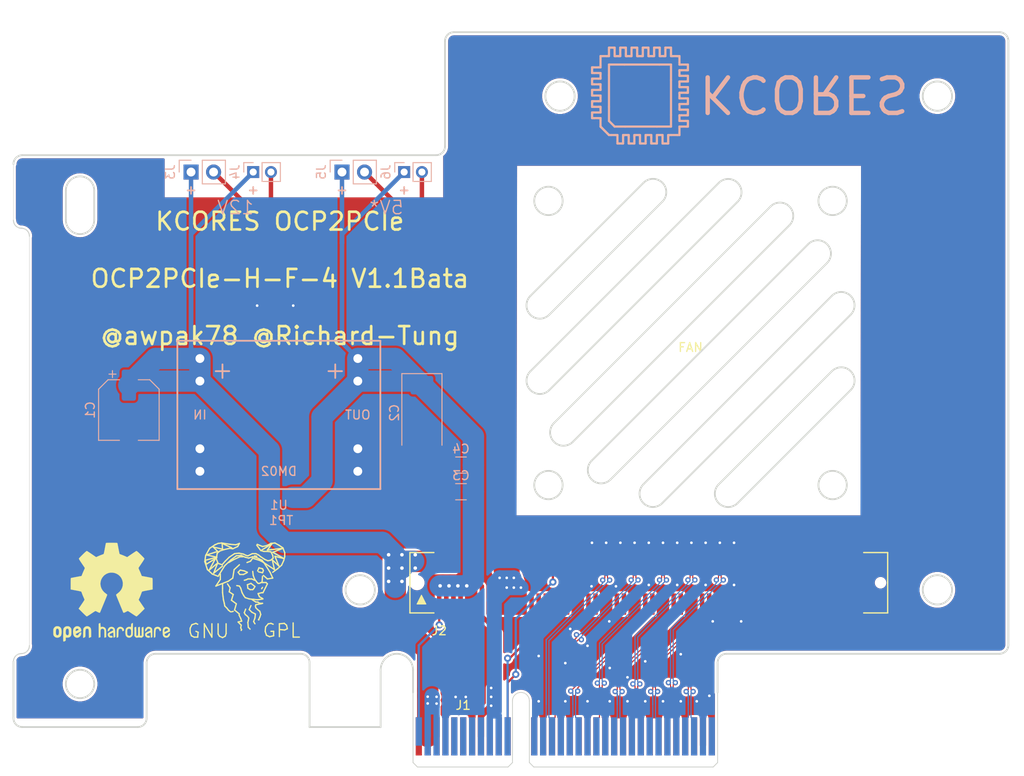
<source format=kicad_pcb>
(kicad_pcb (version 20171130) (host pcbnew "(5.1.4)-1")
  (layers (0 F.Cu signal) (31 B.Cu signal) (34 B.Paste user) (35 F.Paste user) (36 B.SilkS user) (37 F.SilkS user) (38 B.Mask user) (39 F.Mask user) (44 Edge.Cuts user))
  (net 0 "")
  (net 1 "Net-(J2-Pad59)")
  (net 2 "Net-(J2-Pad58)")
  (net 3 "Net-(J2-Pad55)")
  (net 4 "Net-(J2-Pad54)")
  (net 5 "Net-(J2-Pad51)")
  (net 6 "Net-(J2-Pad50)")
  (net 7 "Net-(J2-Pad47)")
  (net 8 "Net-(J2-Pad46)")
  (net 9 "Net-(J2-Pad27)")
  (net 10 "Net-(J2-Pad26)")
  (net 11 "Net-(J2-Pad23)")
  (net 12 "Net-(J2-Pad22)")
  (net 13 "Net-(J2-Pad16)")
  (net 14 "Net-(J2-Pad15)")
  (net 15 "Net-(J2-Pad14)")
  (net 16 "Net-(J2-Pad80)")
  (net 17 "Net-(J2-Pad78)")
  (net 18 "Net-(J2-Pad76)")
  (net 19 "Net-(J2-Pad75)")
  (net 20 "Net-(J2-Pad74)")
  (net 21 "Net-(J1-PadA32)")
  (net 22 "Net-(J1-PadA19)")
  (net 23 "Net-(J1-PadB30)")
  (net 24 +12V)
  (net 25 GND)
  (net 26 +3V3)
  (net 27 "Net-(J1-PadB9)")
  (net 28 3V3AUX)
  (net 29 WAKE)
  (net 30 "Net-(J1-PadB17)")
  (net 31 "Net-(J1-PadB12)")
  (net 32 "Net-(J1-PadA5)")
  (net 33 "Net-(J1-PadA6)")
  (net 34 "Net-(J1-PadA7)")
  (net 35 "Net-(J1-PadA8)")
  (net 36 PERST)
  (net 37 REFCLK-)
  (net 38 REFCLK+)
  (net 39 "Net-(J2-Pad81)")
  (net 40 HSO3_N)
  (net 41 HSO3_P)
  (net 42 HSO2_N)
  (net 43 HSO2_P)
  (net 44 HSO1_N)
  (net 45 HSO1_P)
  (net 46 HSO0_P)
  (net 47 HSO0_N)
  (net 48 HSI3_N)
  (net 49 HSI3_P)
  (net 50 HSI2_N)
  (net 51 HSI2_P)
  (net 52 HSI1_N)
  (net 53 HSI1_P)
  (net 54 HSI0_P)
  (net 55 HSI0_N)
  (net 56 PRSNT2)
  (net 57 PRSNT1)
  (net 58 "Net-(J2-Pad117)")
  (net 59 "Net-(J2-Pad116)")
  (net 60 "Net-(J2-Pad113)")
  (net 61 "Net-(J2-Pad112)")
  (net 62 "Net-(J2-Pad109)")
  (net 63 "Net-(J2-Pad108)")
  (net 64 "Net-(J2-Pad105)")
  (net 65 "Net-(J2-Pad104)")
  (net 66 P5V_AUX)
  (net 67 "Net-(J1-PadB5)")
  (net 68 "Net-(J1-PadB6)")
  (net 69 "Net-(J2-Pad19)")
  (net 70 "Net-(J2-Pad18)")
  (module Symbol:OSHW-Logo2_14.6x12mm_SilkScreen (layer F.Cu) (at 99.06 114.3)
    (fp_text reference REF** hide)
    (fp_text value OSHW-Logo2_14.6x12mm_SilkScreen hide)
  )
  (module Symbol:Symbol_GNU-Logo_SilkscreenTop (layer F.Cu) (at 114.3 112.522)
    (fp_text reference REF** hide)
    (fp_text value Symbol_GNU-Logo_SilkscreenTop)
  )
  (module Connector_PinHeader_2.00mm:PinHeader_1x02_P2.00mm_Vertical (layer B.Cu) (at 132 67 270)
    (fp_text reference J6 (at 0 2.06 90) (layer B.SilkS) (effects (justify mirror)))
    (fp_text value Conn_01x02)
    (pad 2 thru_hole oval (at 0 -2 270) (size 1.35 1.35) (drill 0.8) (layers *.Cu *.Mask) (net 25 GND))
    (pad 1 thru_hole rect (at 0 0 270) (size 1.35 1.35) (drill 0.8) (layers *.Cu *.Mask) (net 66 P5V_AUX))
  )
  (module Connector_PinHeader_2.54mm:PinHeader_1x02_P2.54mm_Vertical (layer B.Cu) (at 125 67 270)
    (fp_text reference J5 (at 0 2.33 90) (layer B.SilkS) (effects (justify mirror)))
    (fp_text value Conn_01x02)
    (pad 2 thru_hole oval (at 0 -2.54 270) (size 1.7 1.7) (drill 1) (layers *.Cu *.Mask) (net 25 GND))
    (pad 1 thru_hole rect (at 0 0 270) (size 1.7 1.7) (drill 1) (layers *.Cu *.Mask) (net 66 P5V_AUX))
  )
  (module Connector_PinHeader_2.00mm:PinHeader_1x02_P2.00mm_Vertical (layer B.Cu) (at 115 67 270)
    (fp_text reference J4 (at 0 2.06 90) (layer B.SilkS) (effects (justify mirror)))
    (fp_text value Conn_01x02)
    (pad 2 thru_hole oval (at 0 -2 270) (size 1.35 1.35) (drill 0.8) (layers *.Cu *.Mask) (net 25 GND))
    (pad 1 thru_hole rect (at 0 0 270) (size 1.35 1.35) (drill 0.8) (layers *.Cu *.Mask) (net 24 +12V))
  )
  (module Connector_PinHeader_2.54mm:PinHeader_1x02_P2.54mm_Vertical (layer B.Cu) (at 108 67 270)
    (fp_text reference J3 (at 0 2.33 270) (layer B.SilkS) (effects (justify mirror)))
    (fp_text value Conn_01x02)
    (pad 2 thru_hole oval (at 0 -2.54 270) (size 1.7 1.7) (drill 1) (layers *.Cu *.Mask) (net 25 GND))
    (pad 1 thru_hole rect (at 0 0 270) (size 1.7 1.7) (drill 1) (layers *.Cu *.Mask) (net 24 +12V))
  )
  (module FCI_61082:TestPlot (layer B.Cu) (at 118.143 103.632)
    (fp_text reference TP1 (at 0 2.6) (layer B.SilkS) (effects (justify mirror)))
    (fp_text value TestPoint_2Pole)
    (pad 2 smd rect (at 1.325 0) (size 2.4 2) (layers B.Cu B.Paste B.Mask) (net 66 P5V_AUX))
    (pad 1 smd rect (at -1.325 0) (size 2.4 2) (layers B.Cu B.Paste B.Mask) (net 24 +12V))
  )
  (module FCI_61082:DM02 (layer B.Cu) (at 126.78 88 180)
    (fp_text reference U1 (at 8.89 -16.51) (layer B.SilkS) (effects (justify mirror)))
    (fp_text value DM02)
    (fp_text user + (at 2.54 -1.27) (layer B.SilkS) (effects (font (size 2 2) (thickness 0.2)) (justify mirror)))
    (fp_text user + (at 15.24 -1.27) (layer B.SilkS) (effects (font (size 2 2) (thickness 0.2)) (justify mirror)))
    (fp_text user OUT (at 0 -6.35) (layer B.SilkS) (effects (justify mirror)))
    (fp_text user IN (at 17.78 -6.35) (layer B.SilkS) (effects (justify mirror)))
    (fp_text user DM02 (at 8.89 -12.7) (layer B.SilkS) (effects (justify mirror)))
    (pad 4 thru_hole circle (at 17.78 -2.54) (size 1.7 1.7) (drill 1) (layers *.Cu *.Mask) (net 24 +12V))
    (pad 4 connect oval (at 17.78 -2.54) (size 4.24 1.7) (drill (offset -1.27 0)) (layers B.Cu B.Mask) (net 24 +12V))
    (pad 4 thru_hole circle (at 17.78 0) (size 1.7 1.7) (drill 1) (layers *.Cu *.Mask) (net 24 +12V))
    (pad 4 connect oval (at 17.78 0) (size 4.24 1.7) (drill (offset -1.27 0)) (layers B.Cu B.Mask) (net 24 +12V))
    (pad 3 thru_hole circle (at 17.78 -12.7) (size 1.7 1.7) (drill 1) (layers *.Cu *.Mask) (net 25 GND))
    (pad 3 connect oval (at 17.78 -12.7) (size 4.24 1.7) (drill (offset -1.27 0)) (layers B.Cu B.Mask) (net 25 GND))
    (pad 3 thru_hole circle (at 17.78 -10.16) (size 1.7 1.7) (drill 1) (layers *.Cu *.Mask) (net 25 GND))
    (pad 3 connect oval (at 17.78 -10.16) (size 4.24 1.7) (drill (offset -1.27 0)) (layers B.Cu B.Mask) (net 25 GND))
    (pad 2 connect oval (at 0 -12.7 180) (size 4.24 1.7) (drill (offset -1.27 0)) (layers B.Cu B.Mask) (net 25 GND))
    (pad 2 thru_hole circle (at 0 -10.16 180) (size 1.7 1.7) (drill 1) (layers *.Cu *.Mask) (net 25 GND))
    (pad 2 thru_hole circle (at 0 -12.7 180) (size 1.7 1.7) (drill 1) (layers *.Cu *.Mask) (net 25 GND))
    (pad 2 connect oval (at 0 -10.16 180) (size 4.24 1.7) (drill (offset -1.27 0)) (layers B.Cu B.Mask) (net 25 GND))
    (pad 1 thru_hole circle (at 0 -2.54 180) (size 1.7 1.7) (drill 1) (layers *.Cu *.Mask) (net 66 P5V_AUX))
    (pad 1 connect oval (at 0 -2.54 180) (size 4.24 1.7) (drill (offset -1.27 0)) (layers B.Cu B.Mask) (net 66 P5V_AUX))
    (pad 1 connect oval (at 0 0 180) (size 4.24 1.7) (drill (offset -1.27 0)) (layers B.Cu B.Mask) (net 66 P5V_AUX))
    (pad 1 thru_hole circle (at 0 0 180) (size 1.7 1.7) (drill 1) (layers *.Cu *.Mask) (net 66 P5V_AUX))
  )
  (module Capacitor_SMD:C_1206_3216Metric (layer B.Cu) (at 138.4 100 180)
    (fp_text reference C4 (at 0 1.82) (layer B.SilkS) (effects (justify mirror)))
    (fp_text value C)
    (pad 2 smd roundrect (at 1.4 0 180) (size 1.25 1.75) (layers B.Cu B.Paste B.Mask) (roundrect_rratio 0.2) (net 25 GND))
    (pad 1 smd roundrect (at -1.4 0 180) (size 1.25 1.75) (layers B.Cu B.Paste B.Mask) (roundrect_rratio 0.2) (net 66 P5V_AUX))
  )
  (module Capacitor_SMD:C_1206_3216Metric (layer B.Cu) (at 138.4 103 180)
    (fp_text reference C3 (at 0 1.82) (layer B.SilkS) (effects (justify mirror)))
    (fp_text value C)
    (pad 2 smd roundrect (at 1.4 0 180) (size 1.25 1.75) (layers B.Cu B.Paste B.Mask) (roundrect_rratio 0.2) (net 25 GND))
    (pad 1 smd roundrect (at -1.4 0 180) (size 1.25 1.75) (layers B.Cu B.Paste B.Mask) (roundrect_rratio 0.2) (net 66 P5V_AUX))
  )
  (module Capacitor_Tantalum_SMD:CP_EIA-7343-31_Kemet-D (layer B.Cu) (at 134 94.1125 270)
    (fp_text reference C2 (at 0 3.1 90) (layer B.SilkS) (effects (justify mirror)))
    (fp_text value C)
    (pad 2 smd roundrect (at 3.1125 0 270) (size 2.075 2.55) (layers B.Cu B.Paste B.Mask) (roundrect_rratio 0.120482) (net 25 GND))
    (pad 1 smd roundrect (at -3.1125 0 270) (size 2.075 2.55) (layers B.Cu B.Paste B.Mask) (roundrect_rratio 0.120482) (net 66 P5V_AUX))
  )
  (module Capacitor_SMD:CP_Elec_6.3x5.4 (layer B.Cu) (at 101 93.8 270)
    (fp_text reference C1 (at 0 4.35 90) (layer B.SilkS) (effects (justify mirror)))
    (fp_text value C)
    (pad 2 smd roundrect (at 2.8 0 270) (size 3.5 1.6) (layers B.Cu B.Paste B.Mask) (roundrect_rratio 0.15625) (net 25 GND))
    (pad 1 smd roundrect (at -2.8 0 270) (size 3.5 1.6) (layers B.Cu B.Paste B.Mask) (roundrect_rratio 0.15625) (net 24 +12V))
  )
  (module FCI_61082:Fan_4010 (layer F.Cu) (at 164.25 86.25)
    (fp_text reference FAN (at 0 0.5) (layer F.SilkS))
    (fp_text value Fan_4010)
    (fp_arc (start -16.980376 -4.232827) (end -18.041036 -5.293487) (angle -180) (layer Edge.Cuts) (width 0.2))
    (fp_line (start -3.172167 -15.919715) (end -15.919715 -3.172167) (layer Edge.Cuts) (width 0.2))
    (fp_arc (start -4.232827 -16.980376) (end -3.172167 -15.919715) (angle -180) (layer Edge.Cuts) (width 0.2))
    (fp_line (start -18.041036 -5.293487) (end -5.293487 -18.041036) (layer Edge.Cuts) (width 0.2))
    (fp_arc (start -16.976453 4.248531) (end -18.037113 3.187871) (angle -180) (layer Edge.Cuts) (width 0.2))
    (fp_line (start 5.309191 -15.915793) (end -15.915793 5.309191) (layer Edge.Cuts) (width 0.2))
    (fp_arc (start 4.248531 -16.976453) (end 5.309191 -15.915793) (angle -180) (layer Edge.Cuts) (width 0.2))
    (fp_line (start -18.037113 3.187871) (end 3.187871 -18.037113) (layer Edge.Cuts) (width 0.2))
    (fp_arc (start 16.980376 4.232827) (end 18.041036 5.293487) (angle -180) (layer Edge.Cuts) (width 0.2))
    (fp_line (start 3.172167 15.919715) (end 15.919715 3.172167) (layer Edge.Cuts) (width 0.2))
    (fp_arc (start 4.232827 16.980376) (end 3.172167 15.919715) (angle -180) (layer Edge.Cuts) (width 0.2))
    (fp_line (start 18.041036 5.293487) (end 5.293487 18.041036) (layer Edge.Cuts) (width 0.2))
    (fp_arc (start 16.976453 -4.248531) (end 18.037113 -3.187871) (angle -180) (layer Edge.Cuts) (width 0.2))
    (fp_line (start -5.309191 15.915793) (end 15.915793 -5.309191) (layer Edge.Cuts) (width 0.2))
    (fp_arc (start -4.248531 16.976453) (end -5.309191 15.915793) (angle -180) (layer Edge.Cuts) (width 0.2))
    (fp_line (start 18.037113 -3.187871) (end -3.187871 18.037113) (layer Edge.Cuts) (width 0.2))
    (fp_arc (start 10.069864 -14.312505) (end 11.130525 -13.251845) (angle -180) (layer Edge.Cuts) (width 0.2))
    (fp_line (start -15.373165 9.009204) (end 9.009204 -15.373165) (layer Edge.Cuts) (width 0.2))
    (fp_arc (start -14.312505 10.069864) (end -15.373165 9.009204) (angle -180) (layer Edge.Cuts) (width 0.2))
    (fp_line (start 11.130525 -13.251845) (end -13.251845 11.130525) (layer Edge.Cuts) (width 0.2))
    (fp_arc (start -10.069864 14.312505) (end -11.130525 13.251845) (angle -180) (layer Edge.Cuts) (width 0.2))
    (fp_line (start 13.251845 -11.130525) (end -11.130525 13.251845) (layer Edge.Cuts) (width 0.2))
    (fp_arc (start 14.312505 -10.069864) (end 15.373165 -9.009204) (angle -180) (layer Edge.Cuts) (width 0.2))
    (fp_line (start -9.009204 15.373165) (end 15.373165 -9.009204) (layer Edge.Cuts) (width 0.2))
    (fp_circle (center -16 16) (end -14.4 16) (layer Edge.Cuts) (width 0.2))
    (fp_circle (center 16 16) (end 17.6 16) (layer Edge.Cuts) (width 0.2))
    (fp_circle (center -16 -16) (end -14.4 -16) (layer Edge.Cuts) (width 0.2))
    (fp_circle (center 16 -16) (end 17.6 -16) (layer Edge.Cuts) (width 0.2))
  )
  (module Connector_PCBEdge:BUS_PCIexpress_x4 (layer F.Cu) (at 133.65 130.55)
    (fp_text reference J1 (at 5 -3.5) (layer F.SilkS))
    (fp_text value "PCI Express x4")
    (fp_line (start 10.55 -4) (end 10.55 2.95) (layer Edge.Cuts) (width 0.1))
    (fp_line (start 12.45 -4) (end 12.45 2.95) (layer Edge.Cuts) (width 0.1))
    (fp_line (start -0.65 -4.95) (end -0.65 2.95) (layer Edge.Cuts) (width 0.1))
    (fp_line (start -0.15 3.45) (end 10.05 3.45) (layer Edge.Cuts) (width 0.1))
    (fp_line (start 33.65 -4.95) (end 33.65 2.95) (layer Edge.Cuts) (width 0.1))
    (fp_line (start 12.95 3.45) (end 33.15 3.45) (layer Edge.Cuts) (width 0.1))
    (fp_line (start -0.65 2.95) (end -0.15 3.45) (layer Edge.Cuts) (width 0.1))
    (fp_line (start 10.55 2.95) (end 10.05 3.45) (layer Edge.Cuts) (width 0.1))
    (fp_line (start 12.45 2.95) (end 12.95 3.45) (layer Edge.Cuts) (width 0.1))
    (fp_line (start 33.65 2.95) (end 33.15 3.45) (layer Edge.Cuts) (width 0.1))
    (fp_arc (start 11.5 -4) (end 12.45 -4) (angle -180) (layer Edge.Cuts) (width 0.1))
    (pad A32 connect rect (at 33 0) (size 0.7 4.3) (layers B.Cu B.Mask) (net 21 "Net-(J1-PadA32)"))
    (pad A31 connect rect (at 32 0) (size 0.7 4.3) (layers B.Cu B.Mask) (net 25 GND))
    (pad A30 connect rect (at 31 0) (size 0.7 4.3) (layers B.Cu B.Mask) (net 48 HSI3_N))
    (pad A29 connect rect (at 30 0) (size 0.7 4.3) (layers B.Cu B.Mask) (net 49 HSI3_P))
    (pad A28 connect rect (at 29 0) (size 0.7 4.3) (layers B.Cu B.Mask) (net 25 GND))
    (pad A27 connect rect (at 28 0) (size 0.7 4.3) (layers B.Cu B.Mask) (net 25 GND))
    (pad A26 connect rect (at 27 0) (size 0.7 4.3) (layers B.Cu B.Mask) (net 50 HSI2_N))
    (pad A25 connect rect (at 26 0) (size 0.7 4.3) (layers B.Cu B.Mask) (net 51 HSI2_P))
    (pad A24 connect rect (at 25 0) (size 0.7 4.3) (layers B.Cu B.Mask) (net 25 GND))
    (pad A23 connect rect (at 24 0) (size 0.7 4.3) (layers B.Cu B.Mask) (net 25 GND))
    (pad A22 connect rect (at 23 0) (size 0.7 4.3) (layers B.Cu B.Mask) (net 52 HSI1_N))
    (pad A21 connect rect (at 22 0) (size 0.7 4.3) (layers B.Cu B.Mask) (net 53 HSI1_P))
    (pad A20 connect rect (at 21 0) (size 0.7 4.3) (layers B.Cu B.Mask) (net 25 GND))
    (pad A19 connect rect (at 20 0) (size 0.7 4.3) (layers B.Cu B.Mask) (net 22 "Net-(J1-PadA19)"))
    (pad B32 connect rect (at 33 0) (size 0.7 4.3) (layers F.Cu F.Mask) (net 25 GND))
    (pad B31 connect rect (at 32 -0.55) (size 0.7 3.2) (layers F.Cu F.Mask) (net 56 PRSNT2))
    (pad B30 connect rect (at 31 0) (size 0.7 4.3) (layers F.Cu F.Mask) (net 23 "Net-(J1-PadB30)"))
    (pad B29 connect rect (at 30 0) (size 0.7 4.3) (layers F.Cu F.Mask) (net 25 GND))
    (pad B28 connect rect (at 29 0) (size 0.7 4.3) (layers F.Cu F.Mask) (net 40 HSO3_N))
    (pad B27 connect rect (at 28 0) (size 0.7 4.3) (layers F.Cu F.Mask) (net 41 HSO3_P))
    (pad B26 connect rect (at 27 0) (size 0.7 4.3) (layers F.Cu F.Mask) (net 25 GND))
    (pad B25 connect rect (at 26 0) (size 0.7 4.3) (layers F.Cu F.Mask) (net 25 GND))
    (pad B24 connect rect (at 25 0) (size 0.7 4.3) (layers F.Cu F.Mask) (net 42 HSO2_N))
    (pad B23 connect rect (at 24 0) (size 0.7 4.3) (layers F.Cu F.Mask) (net 43 HSO2_P))
    (pad B22 connect rect (at 23 0) (size 0.7 4.3) (layers F.Cu F.Mask) (net 25 GND))
    (pad B21 connect rect (at 22 0) (size 0.7 4.3) (layers F.Cu F.Mask) (net 25 GND))
    (pad B20 connect rect (at 21 0) (size 0.7 4.3) (layers F.Cu F.Mask) (net 44 HSO1_N))
    (pad B19 connect rect (at 20 0) (size 0.7 4.3) (layers F.Cu F.Mask) (net 45 HSO1_P))
    (pad B1 connect rect (at 0 0) (size 0.7 4.3) (layers F.Cu F.Mask) (net 24 +12V))
    (pad B2 connect rect (at 1 0) (size 0.7 4.3) (layers F.Cu F.Mask) (net 24 +12V))
    (pad B3 connect rect (at 2 0) (size 0.7 4.3) (layers F.Cu F.Mask) (net 24 +12V))
    (pad B4 connect rect (at 3 0) (size 0.7 4.3) (layers F.Cu F.Mask) (net 25 GND))
    (pad B5 connect rect (at 4 0) (size 0.7 4.3) (layers F.Cu F.Mask) (net 67 "Net-(J1-PadB5)"))
    (pad B6 connect rect (at 5 0) (size 0.7 4.3) (layers F.Cu F.Mask) (net 68 "Net-(J1-PadB6)"))
    (pad B7 connect rect (at 6 0) (size 0.7 4.3) (layers F.Cu F.Mask) (net 25 GND))
    (pad B8 connect rect (at 7 0) (size 0.7 4.3) (layers F.Cu F.Mask) (net 26 +3V3))
    (pad B9 connect rect (at 8 0) (size 0.7 4.3) (layers F.Cu F.Mask) (net 27 "Net-(J1-PadB9)"))
    (pad B10 connect rect (at 9 0) (size 0.7 4.3) (layers F.Cu F.Mask) (net 28 3V3AUX))
    (pad B11 connect rect (at 10 0) (size 0.7 4.3) (layers F.Cu F.Mask) (net 29 WAKE))
    (pad B14 connect rect (at 15 0) (size 0.7 4.3) (layers F.Cu F.Mask) (net 46 HSO0_P))
    (pad B15 connect rect (at 16 0) (size 0.7 4.3) (layers F.Cu F.Mask) (net 47 HSO0_N))
    (pad B16 connect rect (at 17 0) (size 0.7 4.3) (layers F.Cu F.Mask) (net 25 GND))
    (pad B17 connect rect (at 18 0) (size 0.7 4.3) (layers F.Cu F.Mask) (net 30 "Net-(J1-PadB17)"))
    (pad B18 connect rect (at 19 0) (size 0.7 4.3) (layers F.Cu F.Mask) (net 25 GND))
    (pad B12 connect rect (at 13 0) (size 0.7 4.3) (layers F.Cu F.Mask) (net 31 "Net-(J1-PadB12)"))
    (pad B13 connect rect (at 14 0) (size 0.7 4.3) (layers F.Cu F.Mask) (net 25 GND))
    (pad A1 connect rect (at 0 -0.55) (size 0.7 3.2) (layers B.Cu B.Mask) (net 57 PRSNT1))
    (pad A2 connect rect (at 1 0) (size 0.7 4.3) (layers B.Cu B.Mask) (net 24 +12V))
    (pad A3 connect rect (at 2 0) (size 0.7 4.3) (layers B.Cu B.Mask) (net 24 +12V))
    (pad A4 connect rect (at 3 0) (size 0.7 4.3) (layers B.Cu B.Mask) (net 25 GND))
    (pad A5 connect rect (at 4 0) (size 0.7 4.3) (layers B.Cu B.Mask) (net 32 "Net-(J1-PadA5)"))
    (pad A6 connect rect (at 5 0) (size 0.7 4.3) (layers B.Cu B.Mask) (net 33 "Net-(J1-PadA6)"))
    (pad A7 connect rect (at 6 0) (size 0.7 4.3) (layers B.Cu B.Mask) (net 34 "Net-(J1-PadA7)"))
    (pad A8 connect rect (at 7 0) (size 0.7 4.3) (layers B.Cu B.Mask) (net 35 "Net-(J1-PadA8)"))
    (pad A9 connect rect (at 8 0) (size 0.7 4.3) (layers B.Cu B.Mask) (net 26 +3V3))
    (pad A10 connect rect (at 9 0) (size 0.7 4.3) (layers B.Cu B.Mask) (net 26 +3V3))
    (pad A11 connect rect (at 10 0) (size 0.7 4.3) (layers B.Cu B.Mask) (net 36 PERST))
    (pad A14 connect rect (at 15 0) (size 0.7 4.3) (layers B.Cu B.Mask) (net 37 REFCLK-))
    (pad A15 connect rect (at 16 0) (size 0.7 4.3) (layers B.Cu B.Mask) (net 25 GND))
    (pad A16 connect rect (at 17 0) (size 0.7 4.3) (layers B.Cu B.Mask) (net 54 HSI0_P))
    (pad A17 connect rect (at 18 0) (size 0.7 4.3) (layers B.Cu B.Mask) (net 55 HSI0_N))
    (pad A18 connect rect (at 19 0) (size 0.7 4.3) (layers B.Cu B.Mask) (net 25 GND))
    (pad A12 connect rect (at 13 0) (size 0.7 4.3) (layers B.Cu B.Mask) (net 25 GND))
    (pad A13 connect rect (at 14 0) (size 0.7 4.3) (layers B.Cu B.Mask) (net 38 REFCLK+))
  )
  (module FCI_61082:FCI_61082_12xxxxLF (layer F.Cu) (at 135.95 115.65)
    (fp_text reference J2 (at 0 3) (layer F.SilkS))
    (fp_text value Conn_02x40_Top_Bottom)
    (pad "" np_thru_hole circle (at 49.7 -2.4) (size 0.8 0.8) (drill 0.8) (layers *.Cu *.Mask))
    (pad "" np_thru_hole circle (at -2.5 -2.4) (size 1.2 1.2) (drill 1.2) (layers *.Cu *.Mask))
    (pad 120 connect rect (at 47.2 -4.8) (size 0.5 2.4) (layers F.Cu F.Mask) (net 56 PRSNT2))
    (pad 119 connect rect (at 46.4 -4.8) (size 0.5 2.4) (layers F.Cu F.Mask) (net 25 GND))
    (pad 118 connect rect (at 45.6 -4.8) (size 0.5 2.4) (layers F.Cu F.Mask) (net 25 GND))
    (pad 117 connect rect (at 44.8 -4.8) (size 0.5 2.4) (layers F.Cu F.Mask) (net 58 "Net-(J2-Pad117)"))
    (pad 116 connect rect (at 44 -4.8) (size 0.5 2.4) (layers F.Cu F.Mask) (net 59 "Net-(J2-Pad116)"))
    (pad 115 connect rect (at 43.2 -4.8) (size 0.5 2.4) (layers F.Cu F.Mask) (net 25 GND))
    (pad 114 connect rect (at 42.4 -4.8) (size 0.5 2.4) (layers F.Cu F.Mask) (net 25 GND))
    (pad 113 connect rect (at 41.6 -4.8) (size 0.5 2.4) (layers F.Cu F.Mask) (net 60 "Net-(J2-Pad113)"))
    (pad 112 connect rect (at 40.8 -4.8) (size 0.5 2.4) (layers F.Cu F.Mask) (net 61 "Net-(J2-Pad112)"))
    (pad 111 connect rect (at 40 -4.8) (size 0.5 2.4) (layers F.Cu F.Mask) (net 25 GND))
    (pad 110 connect rect (at 39.2 -4.8) (size 0.5 2.4) (layers F.Cu F.Mask) (net 25 GND))
    (pad 109 connect rect (at 38.4 -4.8) (size 0.5 2.4) (layers F.Cu F.Mask) (net 62 "Net-(J2-Pad109)"))
    (pad 108 connect rect (at 37.6 -4.8) (size 0.5 2.4) (layers F.Cu F.Mask) (net 63 "Net-(J2-Pad108)"))
    (pad 107 connect rect (at 36.8 -4.8) (size 0.5 2.4) (layers F.Cu F.Mask) (net 25 GND))
    (pad 106 connect rect (at 36 -4.8) (size 0.5 2.4) (layers F.Cu F.Mask) (net 25 GND))
    (pad 105 connect rect (at 35.2 -4.8) (size 0.5 2.4) (layers F.Cu F.Mask) (net 64 "Net-(J2-Pad105)"))
    (pad 104 connect rect (at 34.4 -4.8) (size 0.5 2.4) (layers F.Cu F.Mask) (net 65 "Net-(J2-Pad104)"))
    (pad 103 connect rect (at 33.6 -4.8) (size 0.5 2.4) (layers F.Cu F.Mask) (net 25 GND))
    (pad 102 connect rect (at 32.8 -4.8) (size 0.5 2.4) (layers F.Cu F.Mask) (net 25 GND))
    (pad 101 connect rect (at 32 -4.8) (size 0.5 2.4) (layers F.Cu F.Mask) (net 40 HSO3_N))
    (pad 100 connect rect (at 31.2 -4.8) (size 0.5 2.4) (layers F.Cu F.Mask) (net 41 HSO3_P))
    (pad 99 connect rect (at 30.4 -4.8) (size 0.5 2.4) (layers F.Cu F.Mask) (net 25 GND))
    (pad 98 connect rect (at 29.6 -4.8) (size 0.5 2.4) (layers F.Cu F.Mask) (net 25 GND))
    (pad 97 connect rect (at 28.8 -4.8) (size 0.5 2.4) (layers F.Cu F.Mask) (net 42 HSO2_N))
    (pad 96 connect rect (at 28 -4.8) (size 0.5 2.4) (layers F.Cu F.Mask) (net 43 HSO2_P))
    (pad 95 connect rect (at 27.2 -4.8) (size 0.5 2.4) (layers F.Cu F.Mask) (net 25 GND))
    (pad 94 connect rect (at 26.4 -4.8) (size 0.5 2.4) (layers F.Cu F.Mask) (net 25 GND))
    (pad 93 connect rect (at 25.6 -4.8) (size 0.5 2.4) (layers F.Cu F.Mask) (net 44 HSO1_N))
    (pad 92 connect rect (at 24.8 -4.8) (size 0.5 2.4) (layers F.Cu F.Mask) (net 45 HSO1_P))
    (pad 91 connect rect (at 24 -4.8) (size 0.5 2.4) (layers F.Cu F.Mask) (net 25 GND))
    (pad 90 connect rect (at 23.2 -4.8) (size 0.5 2.4) (layers F.Cu F.Mask) (net 25 GND))
    (pad 89 connect rect (at 22.4 -4.8) (size 0.5 2.4) (layers F.Cu F.Mask) (net 47 HSO0_N))
    (pad 88 connect rect (at 21.6 -4.8) (size 0.5 2.4) (layers F.Cu F.Mask) (net 46 HSO0_P))
    (pad 87 connect rect (at 20.8 -4.8) (size 0.5 2.4) (layers F.Cu F.Mask) (net 25 GND))
    (pad 86 connect rect (at 20 -4.8) (size 0.5 2.4) (layers F.Cu F.Mask) (net 25 GND))
    (pad 85 connect rect (at 19.2 -4.8) (size 0.5 2.4) (layers F.Cu F.Mask) (net 37 REFCLK-))
    (pad 84 connect rect (at 18.4 -4.8) (size 0.5 2.4) (layers F.Cu F.Mask) (net 38 REFCLK+))
    (pad 83 connect rect (at 17.6 -4.8) (size 0.5 2.4) (layers F.Cu F.Mask) (net 25 GND))
    (pad 82 connect rect (at 16.8 -4.8) (size 0.5 2.4) (layers F.Cu F.Mask) (net 25 GND))
    (pad 81 connect rect (at 16 -4.8) (size 0.5 2.4) (layers F.Cu F.Mask) (net 39 "Net-(J2-Pad81)"))
    (pad 80 connect rect (at 15.2 -4.8) (size 0.5 2.4) (layers F.Cu F.Mask) (net 16 "Net-(J2-Pad80)"))
    (pad 79 connect rect (at 14.4 -4.8) (size 0.5 2.4) (layers F.Cu F.Mask) (net 25 GND))
    (pad 78 connect rect (at 13.6 -4.8) (size 0.5 2.4) (layers F.Cu F.Mask) (net 17 "Net-(J2-Pad78)"))
    (pad 77 connect rect (at 12.8 -4.8) (size 0.5 2.4) (layers F.Cu F.Mask) (net 29 WAKE))
    (pad 76 connect rect (at 12 -4.8) (size 0.5 2.4) (layers F.Cu F.Mask) (net 18 "Net-(J2-Pad76)"))
    (pad 75 connect rect (at 11.2 -4.8) (size 0.5 2.4) (layers F.Cu F.Mask) (net 19 "Net-(J2-Pad75)"))
    (pad 74 connect rect (at 10.4 -4.8) (size 0.5 2.4) (layers F.Cu F.Mask) (net 20 "Net-(J2-Pad74)"))
    (pad 73 connect rect (at 9.6 -4.8) (size 0.5 2.4) (layers F.Cu F.Mask) (net 25 GND))
    (pad 72 connect rect (at 8.8 -4.8) (size 0.5 2.4) (layers F.Cu F.Mask) (net 26 +3V3))
    (pad 71 connect rect (at 8 -4.8) (size 0.5 2.4) (layers F.Cu F.Mask) (net 26 +3V3))
    (pad 70 connect rect (at 7.2 -4.8) (size 0.5 2.4) (layers F.Cu F.Mask) (net 26 +3V3))
    (pad 69 connect rect (at 6.4 -4.8) (size 0.5 2.4) (layers F.Cu F.Mask) (net 26 +3V3))
    (pad 68 connect rect (at 5.6 -4.8) (size 0.5 2.4) (layers F.Cu F.Mask) (net 25 GND))
    (pad 67 connect rect (at 4.8 -4.8) (size 0.5 2.4) (layers F.Cu F.Mask) (net 25 GND))
    (pad 66 connect rect (at 4 -4.8) (size 0.5 2.4) (layers F.Cu F.Mask) (net 28 3V3AUX))
    (pad 65 connect rect (at 3.2 -4.8) (size 0.5 2.4) (layers F.Cu F.Mask) (net 25 GND))
    (pad 64 connect rect (at 2.4 -4.8) (size 0.5 2.4) (layers F.Cu F.Mask) (net 25 GND))
    (pad 63 connect rect (at 1.6 -4.8) (size 0.5 2.4) (layers F.Cu F.Mask) (net 24 +12V))
    (pad 62 connect rect (at 0.8 -4.8) (size 0.5 2.4) (layers F.Cu F.Mask) (net 24 +12V))
    (pad 61 connect rect (at 0 -4.8) (size 0.5 2.4) (layers F.Cu F.Mask) (net 24 +12V))
    (pad 60 connect rect (at 47.2 0) (size 0.5 2.4) (layers F.Cu F.Mask) (net 25 GND))
    (pad 59 connect rect (at 46.4 0) (size 0.5 2.4) (layers F.Cu F.Mask) (net 1 "Net-(J2-Pad59)"))
    (pad 58 connect rect (at 45.6 0) (size 0.5 2.4) (layers F.Cu F.Mask) (net 2 "Net-(J2-Pad58)"))
    (pad 57 connect rect (at 44.8 0) (size 0.5 2.4) (layers F.Cu F.Mask) (net 25 GND))
    (pad 56 connect rect (at 44 0) (size 0.5 2.4) (layers F.Cu F.Mask) (net 25 GND))
    (pad 55 connect rect (at 43.2 0) (size 0.5 2.4) (layers F.Cu F.Mask) (net 3 "Net-(J2-Pad55)"))
    (pad 54 connect rect (at 42.4 0) (size 0.5 2.4) (layers F.Cu F.Mask) (net 4 "Net-(J2-Pad54)"))
    (pad 53 connect rect (at 41.6 0) (size 0.5 2.4) (layers F.Cu F.Mask) (net 25 GND))
    (pad 52 connect rect (at 40.8 0) (size 0.5 2.4) (layers F.Cu F.Mask) (net 25 GND))
    (pad 51 connect rect (at 40 0) (size 0.5 2.4) (layers F.Cu F.Mask) (net 5 "Net-(J2-Pad51)"))
    (pad 50 connect rect (at 39.2 0) (size 0.5 2.4) (layers F.Cu F.Mask) (net 6 "Net-(J2-Pad50)"))
    (pad 49 connect rect (at 38.4 0) (size 0.5 2.4) (layers F.Cu F.Mask) (net 25 GND))
    (pad 48 connect rect (at 37.6 0) (size 0.5 2.4) (layers F.Cu F.Mask) (net 25 GND))
    (pad 47 connect rect (at 36.8 0) (size 0.5 2.4) (layers F.Cu F.Mask) (net 7 "Net-(J2-Pad47)"))
    (pad 46 connect rect (at 36 0) (size 0.5 2.4) (layers F.Cu F.Mask) (net 8 "Net-(J2-Pad46)"))
    (pad 45 connect rect (at 35.2 0) (size 0.5 2.4) (layers F.Cu F.Mask) (net 25 GND))
    (pad 44 connect rect (at 34.4 0) (size 0.5 2.4) (layers F.Cu F.Mask) (net 25 GND))
    (pad 43 connect rect (at 33.6 0) (size 0.5 2.4) (layers F.Cu F.Mask) (net 48 HSI3_N))
    (pad 42 connect rect (at 32.8 0) (size 0.5 2.4) (layers F.Cu F.Mask) (net 49 HSI3_P))
    (pad 41 connect rect (at 32 0) (size 0.5 2.4) (layers F.Cu F.Mask) (net 25 GND))
    (pad 40 connect rect (at 31.2 0) (size 0.5 2.4) (layers F.Cu F.Mask) (net 25 GND))
    (pad 39 connect rect (at 30.4 0) (size 0.5 2.4) (layers F.Cu F.Mask) (net 50 HSI2_N))
    (pad 38 connect rect (at 29.6 0) (size 0.5 2.4) (layers F.Cu F.Mask) (net 51 HSI2_P))
    (pad 37 connect rect (at 28.8 0) (size 0.5 2.4) (layers F.Cu F.Mask) (net 25 GND))
    (pad 36 connect rect (at 28 0) (size 0.5 2.4) (layers F.Cu F.Mask) (net 25 GND))
    (pad 35 connect rect (at 27.2 0) (size 0.5 2.4) (layers F.Cu F.Mask) (net 52 HSI1_N))
    (pad 34 connect rect (at 26.4 0) (size 0.5 2.4) (layers F.Cu F.Mask) (net 53 HSI1_P))
    (pad 33 connect rect (at 25.6 0) (size 0.5 2.4) (layers F.Cu F.Mask) (net 25 GND))
    (pad 32 connect rect (at 24.8 0) (size 0.5 2.4) (layers F.Cu F.Mask) (net 25 GND))
    (pad 31 connect rect (at 24 0) (size 0.5 2.4) (layers F.Cu F.Mask) (net 55 HSI0_N))
    (pad 30 connect rect (at 23.2 0) (size 0.5 2.4) (layers F.Cu F.Mask) (net 54 HSI0_P))
    (pad 29 connect rect (at 22.4 0) (size 0.5 2.4) (layers F.Cu F.Mask) (net 25 GND))
    (pad 28 connect rect (at 21.6 0) (size 0.5 2.4) (layers F.Cu F.Mask) (net 25 GND))
    (pad 27 connect rect (at 20.8 0) (size 0.5 2.4) (layers F.Cu F.Mask) (net 9 "Net-(J2-Pad27)"))
    (pad 26 connect rect (at 20 0) (size 0.5 2.4) (layers F.Cu F.Mask) (net 10 "Net-(J2-Pad26)"))
    (pad 25 connect rect (at 19.2 0) (size 0.5 2.4) (layers F.Cu F.Mask) (net 25 GND))
    (pad 24 connect rect (at 18.4 0) (size 0.5 2.4) (layers F.Cu F.Mask) (net 25 GND))
    (pad 23 connect rect (at 17.6 0) (size 0.5 2.4) (layers F.Cu F.Mask) (net 11 "Net-(J2-Pad23)"))
    (pad 22 connect rect (at 16.8 0) (size 0.5 2.4) (layers F.Cu F.Mask) (net 12 "Net-(J2-Pad22)"))
    (pad 21 connect rect (at 16 0) (size 0.5 2.4) (layers F.Cu F.Mask) (net 25 GND))
    (pad 20 connect rect (at 15.2 0) (size 0.5 2.4) (layers F.Cu F.Mask) (net 25 GND))
    (pad 19 connect rect (at 14.4 0) (size 0.5 2.4) (layers F.Cu F.Mask) (net 69 "Net-(J2-Pad19)"))
    (pad 18 connect rect (at 13.6 0) (size 0.5 2.4) (layers F.Cu F.Mask) (net 70 "Net-(J2-Pad18)"))
    (pad 17 connect rect (at 12.8 0) (size 0.5 2.4) (layers F.Cu F.Mask) (net 36 PERST))
    (pad 16 connect rect (at 12 0) (size 0.5 2.4) (layers F.Cu F.Mask) (net 13 "Net-(J2-Pad16)"))
    (pad 15 connect rect (at 11.2 0) (size 0.5 2.4) (layers F.Cu F.Mask) (net 14 "Net-(J2-Pad15)"))
    (pad 14 connect rect (at 10.4 0) (size 0.5 2.4) (layers F.Cu F.Mask) (net 15 "Net-(J2-Pad14)"))
    (pad 13 connect rect (at 9.6 0) (size 0.5 2.4) (layers F.Cu F.Mask) (net 26 +3V3))
    (pad 12 connect rect (at 8.8 0) (size 0.5 2.4) (layers F.Cu F.Mask) (net 26 +3V3))
    (pad 11 connect rect (at 8 0) (size 0.5 2.4) (layers F.Cu F.Mask) (net 26 +3V3))
    (pad 10 connect rect (at 7.2 0) (size 0.5 2.4) (layers F.Cu F.Mask) (net 26 +3V3))
    (pad 9 connect rect (at 6.4 0) (size 0.5 2.4) (layers F.Cu F.Mask) (net 25 GND))
    (pad 8 connect rect (at 5.6 0) (size 0.5 2.4) (layers F.Cu F.Mask) (net 25 GND))
    (pad 7 connect rect (at 4.8 0) (size 0.5 2.4) (layers F.Cu F.Mask) (net 28 3V3AUX))
    (pad 6 connect rect (at 4 0) (size 0.5 2.4) (layers F.Cu F.Mask) (net 25 GND))
    (pad 5 connect rect (at 3.2 0) (size 0.5 2.4) (layers F.Cu F.Mask) (net 25 GND))
    (pad 4 connect rect (at 2.4 0) (size 0.5 2.4) (layers F.Cu F.Mask) (net 66 P5V_AUX))
    (pad 3 connect rect (at 1.6 0) (size 0.5 2.4) (layers F.Cu F.Mask) (net 66 P5V_AUX))
    (pad 2 connect rect (at 0.8 0) (size 0.5 2.4) (layers F.Cu F.Mask) (net 66 P5V_AUX))
    (pad 1 connect rect (at 0 0) (size 0.5 2.4) (layers F.Cu F.Mask) (net 57 PRSNT1))
  )
  (gr_arc (start 95.5 69.088) (end 93.9 69.088) (angle 180) (layer Edge.Cuts) (width 0.2))
  (gr_arc (start 95.5 72.39) (end 93.9 72.39) (angle -180) (layer Edge.Cuts) (width 0.2))
  (gr_line (start 97.1 72.39) (end 97.1 69.088) (layer Edge.Cuts) (width 0.2))
  (gr_line (start 93.9 69.088) (end 93.9 72.39) (layer Edge.Cuts) (width 0.2))
  (gr_text KCORES (at 177.038 58.166 180) (layer B.SilkS) (effects (font (size 4 4) (thickness 0.5)) (justify mirror)))
  (gr_line (start 155.066719 54.895205) (end 156.812703 54.895205) (layer B.SilkS) (width 0.25))
  (gr_line (start 155.066719 62.83179) (end 155.304774 62.83179) (layer B.SilkS) (width 0.25))
  (gr_line (start 155.304774 62.83179) (end 155.840499 62.83179) (layer B.SilkS) (width 0.25))
  (gr_line (start 156.019024 62.91109) (end 156.018954 63.56584) (layer B.SilkS) (width 0.25))
  (gr_line (start 162.050859 60.56984) (end 162.050859 61.87929) (layer B.SilkS) (width 0.25))
  (gr_line (start 155.066719 56.085685) (end 155.066719 54.895205) (layer B.SilkS) (width 0.25))
  (gr_line (start 162.050859 61.87929) (end 160.463459 61.87929) (layer B.SilkS) (width 0.25))
  (gr_line (start 162.050859 54.895205) (end 162.050859 56.64124) (layer B.SilkS) (width 0.25))
  (gr_line (start 156.892008 61.87929) (end 155.701594 61.87929) (layer B.SilkS) (width 0.25))
  (gr_line (start 155.066719 59.657139) (end 155.066719 56.085685) (layer B.SilkS) (width 0.25))
  (gr_line (start 155.840499 62.83179) (end 156.019094 62.83179) (layer B.SilkS) (width 0.25))
  (gr_line (start 160.463459 61.87929) (end 156.892008 61.87929) (layer B.SilkS) (width 0.25))
  (gr_line (start 156.018954 63.56584) (end 156.018954 63.78404) (layer B.SilkS) (width 0.25))
  (gr_line (start 156.019094 62.83179) (end 156.019024 62.91109) (layer B.SilkS) (width 0.25))
  (gr_line (start 160.741259 54.895205) (end 162.050859 54.895205) (layer B.SilkS) (width 0.25))
  (gr_line (start 155.701594 61.87929) (end 155.066719 61.24444) (layer B.SilkS) (width 0.25))
  (gr_line (start 162.050859 56.64124) (end 162.050859 60.56984) (layer B.SilkS) (width 0.25))
  (gr_line (start 156.812703 54.895205) (end 160.741259 54.895205) (layer B.SilkS) (width 0.25))
  (gr_line (start 155.066719 61.24444) (end 155.066719 59.657139) (layer B.SilkS) (width 0.25))
  (gr_line (start 155.017803 62.78294) (end 155.066719 62.83179) (layer B.SilkS) (width 0.25))
  (gr_line (start 161.613709 63.78404) (end 161.732759 63.78404) (layer B.SilkS) (width 0.25))
  (gr_line (start 163.002659 61.87929) (end 163.240709 61.87929) (layer B.SilkS) (width 0.25))
  (gr_line (start 163.955009 58.07004) (end 163.955009 57.91139) (layer B.SilkS) (width 0.25))
  (gr_line (start 163.955009 59.339889) (end 163.955009 59.18119) (layer B.SilkS) (width 0.25))
  (gr_line (start 163.776409 58.07004) (end 163.955009 58.07004) (layer B.SilkS) (width 0.25))
  (gr_line (start 163.955009 60.450889) (end 163.955009 60.09379) (layer B.SilkS) (width 0.25))
  (gr_line (start 163.240709 60.60959) (end 163.776409 60.60959) (layer B.SilkS) (width 0.25))
  (gr_line (start 163.240709 58.07004) (end 163.776409 58.07004) (layer B.SilkS) (width 0.25))
  (gr_line (start 163.002659 58.07004) (end 163.240709 58.07004) (layer B.SilkS) (width 0.25))
  (gr_line (start 163.002659 59.97474) (end 163.002659 59.816039) (layer B.SilkS) (width 0.25))
  (gr_line (start 163.002659 58.18914) (end 163.002659 58.07004) (layer B.SilkS) (width 0.25))
  (gr_line (start 163.002659 58.54624) (end 163.002659 58.18914) (layer B.SilkS) (width 0.25))
  (gr_line (start 163.955009 59.18119) (end 163.955009 58.82399) (layer B.SilkS) (width 0.25))
  (gr_line (start 163.002659 60.72864) (end 163.002659 60.60959) (layer B.SilkS) (width 0.25))
  (gr_line (start 163.955009 61.24444) (end 163.716859 61.24444) (layer B.SilkS) (width 0.25))
  (gr_line (start 161.732759 63.78404) (end 161.732759 63.54599) (layer B.SilkS) (width 0.25))
  (gr_line (start 163.181159 61.24444) (end 163.002659 61.24444) (layer B.SilkS) (width 0.25))
  (gr_line (start 163.240709 59.339889) (end 163.776409 59.339889) (layer B.SilkS) (width 0.25))
  (gr_line (start 163.955009 61.36349) (end 163.955009 61.24444) (layer B.SilkS) (width 0.25))
  (gr_line (start 161.256609 63.78404) (end 161.613709 63.78404) (layer B.SilkS) (width 0.25))
  (gr_line (start 161.732759 63.54599) (end 161.732759 63.01029) (layer B.SilkS) (width 0.25))
  (gr_line (start 163.181159 58.70494) (end 163.002659 58.70494) (layer B.SilkS) (width 0.25))
  (gr_line (start 163.955009 58.70494) (end 163.716859 58.70494) (layer B.SilkS) (width 0.25))
  (gr_line (start 163.955009 58.82399) (end 163.955009 58.70494) (layer B.SilkS) (width 0.25))
  (gr_line (start 163.181159 59.97474) (end 163.002659 59.97474) (layer B.SilkS) (width 0.25))
  (gr_line (start 163.955009 60.09379) (end 163.955009 59.97474) (layer B.SilkS) (width 0.25))
  (gr_line (start 163.955009 61.87929) (end 163.955009 61.72064) (layer B.SilkS) (width 0.25))
  (gr_line (start 163.776409 60.60959) (end 163.955009 60.60959) (layer B.SilkS) (width 0.25))
  (gr_line (start 163.002659 61.24444) (end 163.002659 61.08574) (layer B.SilkS) (width 0.25))
  (gr_line (start 163.776409 61.87929) (end 163.955009 61.87929) (layer B.SilkS) (width 0.25))
  (gr_line (start 162.050209 62.83169) (end 162.764509 62.83169) (layer B.SilkS) (width 0.25))
  (gr_line (start 163.955009 60.60959) (end 163.955009 60.450889) (layer B.SilkS) (width 0.25))
  (gr_line (start 163.002659 62.59359) (end 163.002659 62.05789) (layer B.SilkS) (width 0.25))
  (gr_line (start 163.002659 59.339889) (end 163.240709 59.339889) (layer B.SilkS) (width 0.25))
  (gr_line (start 163.002659 62.05789) (end 163.002659 61.87929) (layer B.SilkS) (width 0.25))
  (gr_line (start 163.716859 58.70494) (end 163.181159 58.70494) (layer B.SilkS) (width 0.25))
  (gr_line (start 163.955009 61.72064) (end 163.955009 61.36349) (layer B.SilkS) (width 0.25))
  (gr_line (start 163.776409 59.339889) (end 163.955009 59.339889) (layer B.SilkS) (width 0.25))
  (gr_line (start 163.240709 61.87929) (end 163.776409 61.87929) (layer B.SilkS) (width 0.25))
  (gr_line (start 163.955009 59.97474) (end 163.716859 59.97474) (layer B.SilkS) (width 0.25))
  (gr_line (start 161.732759 62.83169) (end 162.050209 62.83169) (layer B.SilkS) (width 0.25))
  (gr_line (start 163.002659 60.60959) (end 163.240709 60.60959) (layer B.SilkS) (width 0.25))
  (gr_line (start 161.732759 63.01029) (end 161.732759 62.83169) (layer B.SilkS) (width 0.25))
  (gr_line (start 163.002659 59.458939) (end 163.002659 59.339889) (layer B.SilkS) (width 0.25))
  (gr_line (start 163.716859 61.24444) (end 163.181159 61.24444) (layer B.SilkS) (width 0.25))
  (gr_line (start 162.764509 62.83169) (end 163.002659 62.83169) (layer B.SilkS) (width 0.25))
  (gr_line (start 163.002659 62.83169) (end 163.002659 62.59359) (layer B.SilkS) (width 0.25))
  (gr_line (start 163.955009 57.91139) (end 163.955009 57.554265) (layer B.SilkS) (width 0.25))
  (gr_line (start 163.002659 58.70494) (end 163.002659 58.54624) (layer B.SilkS) (width 0.25))
  (gr_line (start 163.002659 59.816039) (end 163.002659 59.458939) (layer B.SilkS) (width 0.25))
  (gr_line (start 163.002659 61.08574) (end 163.002659 60.72864) (layer B.SilkS) (width 0.25))
  (gr_line (start 163.716859 59.97474) (end 163.181159 59.97474) (layer B.SilkS) (width 0.25))
  (gr_line (start 157.288674 63.78404) (end 157.447349 63.78404) (layer B.SilkS) (width 0.25))
  (gr_line (start 157.288674 63.06979) (end 157.288674 63.60554) (layer B.SilkS) (width 0.25))
  (gr_line (start 157.169609 62.83169) (end 157.288674 62.83169) (layer B.SilkS) (width 0.25))
  (gr_line (start 161.097909 63.78404) (end 161.256609 63.78404) (layer B.SilkS) (width 0.25))
  (gr_line (start 161.097909 63.60554) (end 161.097909 63.78404) (layer B.SilkS) (width 0.25))
  (gr_line (start 161.097909 63.06979) (end 161.097909 63.60554) (layer B.SilkS) (width 0.25))
  (gr_line (start 158.558459 62.83169) (end 158.558459 63.06979) (layer B.SilkS) (width 0.25))
  (gr_line (start 156.534749 63.78404) (end 156.653814 63.78404) (layer B.SilkS) (width 0.25))
  (gr_line (start 160.463059 63.01029) (end 160.463059 62.83169) (layer B.SilkS) (width 0.25))
  (gr_line (start 158.082259 62.83169) (end 158.439409 62.83169) (layer B.SilkS) (width 0.25))
  (gr_line (start 161.097909 62.83169) (end 161.097909 63.06979) (layer B.SilkS) (width 0.25))
  (gr_line (start 160.978859 62.83169) (end 161.097909 62.83169) (layer B.SilkS) (width 0.25))
  (gr_line (start 160.463059 63.78404) (end 160.463059 63.54599) (layer B.SilkS) (width 0.25))
  (gr_line (start 157.288674 63.60554) (end 157.288674 63.78404) (layer B.SilkS) (width 0.25))
  (gr_line (start 157.288674 62.83169) (end 157.288674 63.06979) (layer B.SilkS) (width 0.25))
  (gr_line (start 159.828209 63.78404) (end 159.986859 63.78404) (layer B.SilkS) (width 0.25))
  (gr_line (start 159.193359 63.78404) (end 159.193359 63.54599) (layer B.SilkS) (width 0.25))
  (gr_line (start 156.653814 63.54599) (end 156.653814 63.01029) (layer B.SilkS) (width 0.25))
  (gr_line (start 158.558459 63.60554) (end 158.558459 63.78404) (layer B.SilkS) (width 0.25))
  (gr_line (start 160.344009 63.78404) (end 160.463059 63.78404) (layer B.SilkS) (width 0.25))
  (gr_line (start 156.653814 62.83169) (end 156.812494 62.83169) (layer B.SilkS) (width 0.25))
  (gr_line (start 157.447349 63.78404) (end 157.804539 63.78404) (layer B.SilkS) (width 0.25))
  (gr_line (start 157.923599 63.01029) (end 157.923599 62.83169) (layer B.SilkS) (width 0.25))
  (gr_line (start 156.653814 63.01029) (end 156.653814 62.83169) (layer B.SilkS) (width 0.25))
  (gr_line (start 156.653814 63.78404) (end 156.653814 63.54599) (layer B.SilkS) (width 0.25))
  (gr_line (start 159.986859 63.78404) (end 160.344009 63.78404) (layer B.SilkS) (width 0.25))
  (gr_line (start 159.193359 62.83169) (end 159.352009 62.83169) (layer B.SilkS) (width 0.25))
  (gr_line (start 158.717159 63.78404) (end 159.074259 63.78404) (layer B.SilkS) (width 0.25))
  (gr_line (start 157.923599 63.54599) (end 157.923599 63.01029) (layer B.SilkS) (width 0.25))
  (gr_line (start 156.812494 62.83169) (end 157.169609 62.83169) (layer B.SilkS) (width 0.25))
  (gr_line (start 156.177634 63.78404) (end 156.534749 63.78404) (layer B.SilkS) (width 0.25))
  (gr_line (start 160.621709 62.83169) (end 160.978859 62.83169) (layer B.SilkS) (width 0.25))
  (gr_line (start 159.828209 62.83169) (end 159.828209 63.06979) (layer B.SilkS) (width 0.25))
  (gr_line (start 160.463059 62.83169) (end 160.621709 62.83169) (layer B.SilkS) (width 0.25))
  (gr_line (start 157.923599 62.83169) (end 158.082259 62.83169) (layer B.SilkS) (width 0.25))
  (gr_line (start 156.018954 63.78404) (end 156.177634 63.78404) (layer B.SilkS) (width 0.25))
  (gr_line (start 160.463059 63.54599) (end 160.463059 63.01029) (layer B.SilkS) (width 0.25))
  (gr_line (start 159.828209 63.60554) (end 159.828209 63.78404) (layer B.SilkS) (width 0.25))
  (gr_line (start 159.828209 63.06979) (end 159.828209 63.60554) (layer B.SilkS) (width 0.25))
  (gr_line (start 159.709109 62.83169) (end 159.828209 62.83169) (layer B.SilkS) (width 0.25))
  (gr_line (start 159.193359 63.54599) (end 159.193359 63.01029) (layer B.SilkS) (width 0.25))
  (gr_line (start 159.352009 62.83169) (end 159.709109 62.83169) (layer B.SilkS) (width 0.25))
  (gr_line (start 159.193359 63.01029) (end 159.193359 62.83169) (layer B.SilkS) (width 0.25))
  (gr_line (start 158.439409 62.83169) (end 158.558459 62.83169) (layer B.SilkS) (width 0.25))
  (gr_line (start 158.558459 63.06979) (end 158.558459 63.60554) (layer B.SilkS) (width 0.25))
  (gr_line (start 157.923599 63.78404) (end 157.923599 63.54599) (layer B.SilkS) (width 0.25))
  (gr_line (start 159.074259 63.78404) (end 159.193359 63.78404) (layer B.SilkS) (width 0.25))
  (gr_line (start 158.558459 63.78404) (end 158.717159 63.78404) (layer B.SilkS) (width 0.25))
  (gr_line (start 157.804539 63.78404) (end 157.923599 63.78404) (layer B.SilkS) (width 0.25))
  (gr_line (start 160.899559 53.943395) (end 160.780559 53.943395) (layer B.SilkS) (width 0.25))
  (gr_line (start 161.256658 53.943395) (end 160.899559 53.943395) (layer B.SilkS) (width 0.25))
  (gr_line (start 161.415409 53.943395) (end 161.256658 53.943395) (layer B.SilkS) (width 0.25))
  (gr_line (start 161.415409 53.229156) (end 161.415409 53.764869) (layer B.SilkS) (width 0.25))
  (gr_line (start 162.764509 53.943395) (end 162.228809 53.943395) (layer B.SilkS) (width 0.25))
  (gr_line (start 161.534409 52.991031) (end 161.415409 52.991031) (layer B.SilkS) (width 0.25))
  (gr_line (start 163.955009 56.641665) (end 163.955009 56.284544) (layer B.SilkS) (width 0.25))
  (gr_line (start 162.050259 53.705339) (end 162.050259 53.169625) (layer B.SilkS) (width 0.25))
  (gr_line (start 163.955009 54.89575) (end 163.716859 54.89575) (layer B.SilkS) (width 0.25))
  (gr_line (start 163.181159 56.165485) (end 163.002659 56.165485) (layer B.SilkS) (width 0.25))
  (gr_line (start 163.955009 55.37193) (end 163.955009 55.01481) (layer B.SilkS) (width 0.25))
  (gr_line (start 163.955009 55.530625) (end 163.955009 55.37193) (layer B.SilkS) (width 0.25))
  (gr_line (start 163.955009 57.435205) (end 163.716859 57.435205) (layer B.SilkS) (width 0.25))
  (gr_line (start 163.002659 55.64969) (end 163.002659 55.530625) (layer B.SilkS) (width 0.25))
  (gr_line (start 163.002659 56.165485) (end 163.002659 56.006805) (layer B.SilkS) (width 0.25))
  (gr_line (start 163.776409 56.800345) (end 163.955009 56.800345) (layer B.SilkS) (width 0.25))
  (gr_line (start 161.415409 52.991031) (end 161.415409 53.229156) (layer B.SilkS) (width 0.25))
  (gr_line (start 163.955009 56.165485) (end 163.716859 56.165485) (layer B.SilkS) (width 0.25))
  (gr_line (start 163.240709 55.530625) (end 163.776409 55.530625) (layer B.SilkS) (width 0.25))
  (gr_line (start 163.002659 54.89575) (end 163.002659 54.657695) (layer B.SilkS) (width 0.25))
  (gr_line (start 158.994959 52.991031) (end 158.875959 52.991031) (layer B.SilkS) (width 0.25))
  (gr_line (start 161.415409 53.764869) (end 161.415409 53.943395) (layer B.SilkS) (width 0.25))
  (gr_line (start 163.716859 56.165485) (end 163.181159 56.165485) (layer B.SilkS) (width 0.25))
  (gr_line (start 160.145709 53.764869) (end 160.145709 53.943395) (layer B.SilkS) (width 0.25))
  (gr_line (start 163.002659 57.435205) (end 163.002659 57.276525) (layer B.SilkS) (width 0.25))
  (gr_line (start 163.955009 56.284544) (end 163.955009 56.165485) (layer B.SilkS) (width 0.25))
  (gr_line (start 162.050259 53.169625) (end 162.050259 52.991031) (layer B.SilkS) (width 0.25))
  (gr_line (start 159.352109 52.991031) (end 158.994959 52.991031) (layer B.SilkS) (width 0.25))
  (gr_line (start 159.510858 52.991031) (end 159.352109 52.991031) (layer B.SilkS) (width 0.25))
  (gr_line (start 159.510858 53.169625) (end 159.510858 52.991031) (layer B.SilkS) (width 0.25))
  (gr_line (start 159.510858 53.705339) (end 159.510858 53.169625) (layer B.SilkS) (width 0.25))
  (gr_line (start 160.264708 52.991031) (end 160.145709 52.991031) (layer B.SilkS) (width 0.25))
  (gr_line (start 160.621809 52.991031) (end 160.264708 52.991031) (layer B.SilkS) (width 0.25))
  (gr_line (start 162.050259 53.943395) (end 162.050259 53.705339) (layer B.SilkS) (width 0.25))
  (gr_line (start 160.780559 53.705339) (end 160.780559 53.169625) (layer B.SilkS) (width 0.25))
  (gr_line (start 160.780559 53.943395) (end 160.780559 53.705339) (layer B.SilkS) (width 0.25))
  (gr_line (start 161.891509 52.991031) (end 161.534409 52.991031) (layer B.SilkS) (width 0.25))
  (gr_line (start 162.050259 52.991031) (end 161.891509 52.991031) (layer B.SilkS) (width 0.25))
  (gr_line (start 163.002659 54.12199) (end 163.002659 53.943395) (layer B.SilkS) (width 0.25))
  (gr_line (start 162.228809 53.943395) (end 162.050259 53.943395) (layer B.SilkS) (width 0.25))
  (gr_line (start 163.240709 56.800345) (end 163.776409 56.800345) (layer B.SilkS) (width 0.25))
  (gr_line (start 163.955009 55.01481) (end 163.955009 54.89575) (layer B.SilkS) (width 0.25))
  (gr_line (start 163.776409 55.530625) (end 163.955009 55.530625) (layer B.SilkS) (width 0.25))
  (gr_line (start 163.955009 56.800345) (end 163.955009 56.641665) (layer B.SilkS) (width 0.25))
  (gr_line (start 163.716859 57.435205) (end 163.181159 57.435205) (layer B.SilkS) (width 0.25))
  (gr_line (start 163.002659 55.530625) (end 163.240709 55.530625) (layer B.SilkS) (width 0.25))
  (gr_line (start 163.002659 56.800345) (end 163.240709 56.800345) (layer B.SilkS) (width 0.25))
  (gr_line (start 163.181159 57.435205) (end 163.002659 57.435205) (layer B.SilkS) (width 0.25))
  (gr_line (start 163.181159 54.89575) (end 163.002659 54.89575) (layer B.SilkS) (width 0.25))
  (gr_line (start 160.780559 52.991031) (end 160.621809 52.991031) (layer B.SilkS) (width 0.25))
  (gr_line (start 163.716859 54.89575) (end 163.181159 54.89575) (layer B.SilkS) (width 0.25))
  (gr_line (start 160.780559 53.169625) (end 160.780559 52.991031) (layer B.SilkS) (width 0.25))
  (gr_line (start 163.002659 53.943395) (end 162.764509 53.943395) (layer B.SilkS) (width 0.25))
  (gr_line (start 163.002659 54.657695) (end 163.002659 54.12199) (layer B.SilkS) (width 0.25))
  (gr_line (start 159.510858 53.943395) (end 159.510858 53.705339) (layer B.SilkS) (width 0.25))
  (gr_line (start 159.629809 53.943395) (end 159.510858 53.943395) (layer B.SilkS) (width 0.25))
  (gr_line (start 163.002659 56.919405) (end 163.002659 56.800345) (layer B.SilkS) (width 0.25))
  (gr_line (start 159.986959 53.943395) (end 159.629809 53.943395) (layer B.SilkS) (width 0.25))
  (gr_line (start 163.002659 56.006805) (end 163.002659 55.64969) (layer B.SilkS) (width 0.25))
  (gr_line (start 163.002659 57.276525) (end 163.002659 56.919405) (layer B.SilkS) (width 0.25))
  (gr_line (start 163.955009 57.554265) (end 163.955009 57.435205) (layer B.SilkS) (width 0.25))
  (gr_line (start 160.145709 53.943395) (end 159.986959 53.943395) (layer B.SilkS) (width 0.25))
  (gr_line (start 160.145709 53.229156) (end 160.145709 53.764869) (layer B.SilkS) (width 0.25))
  (gr_line (start 160.145709 52.991031) (end 160.145709 53.229156) (layer B.SilkS) (width 0.25))
  (gr_line (start 154.114364 61.87944) (end 154.114364 61.87944) (layer B.SilkS) (width 0.25))
  (gr_line (start 154.690523 62.45569) (end 154.871049 62.63619) (layer B.SilkS) (width 0.25))
  (gr_line (start 154.528534 62.29369) (end 154.690523 62.45569) (layer B.SilkS) (width 0.25))
  (gr_line (start 154.388384 62.15354) (end 154.528534 62.29369) (layer B.SilkS) (width 0.25))
  (gr_line (start 154.133174 61.89834) (end 154.187329 61.95249) (layer B.SilkS) (width 0.25))
  (gr_line (start 154.114364 61.70094) (end 154.114364 61.87944) (layer B.SilkS) (width 0.25))
  (gr_line (start 153.162 60.45099) (end 153.162 60.80809) (layer B.SilkS) (width 0.25))
  (gr_line (start 154.114364 61.87944) (end 154.133174 61.89834) (layer B.SilkS) (width 0.25))
  (gr_line (start 154.114364 61.165189) (end 154.114364 61.70094) (layer B.SilkS) (width 0.25))
  (gr_line (start 153.400057 60.927089) (end 153.935769 60.927089) (layer B.SilkS) (width 0.25))
  (gr_line (start 153.935769 60.927089) (end 154.114364 60.927089) (layer B.SilkS) (width 0.25))
  (gr_line (start 153.340525 60.292239) (end 153.162 60.292239) (layer B.SilkS) (width 0.25))
  (gr_line (start 153.162 60.927089) (end 153.400057 60.927089) (layer B.SilkS) (width 0.25))
  (gr_line (start 153.162 60.292239) (end 153.162 60.45099) (layer B.SilkS) (width 0.25))
  (gr_line (start 153.876238 60.292239) (end 153.340525 60.292239) (layer B.SilkS) (width 0.25))
  (gr_line (start 154.114364 60.292239) (end 153.876238 60.292239) (layer B.SilkS) (width 0.25))
  (gr_line (start 153.162 60.80809) (end 153.162 60.927089) (layer B.SilkS) (width 0.25))
  (gr_line (start 154.871049 62.63619) (end 155.017803 62.78294) (layer B.SilkS) (width 0.25))
  (gr_line (start 154.273524 62.03869) (end 154.388384 62.15354) (layer B.SilkS) (width 0.25))
  (gr_line (start 154.187329 61.95249) (end 154.273524 62.03869) (layer B.SilkS) (width 0.25))
  (gr_line (start 154.114364 60.927089) (end 154.114364 61.165189) (layer B.SilkS) (width 0.25))
  (gr_line (start 156.336454 53.764869) (end 156.336454 53.943395) (layer B.SilkS) (width 0.25))
  (gr_line (start 157.090304 53.943395) (end 156.971314 53.943395) (layer B.SilkS) (width 0.25))
  (gr_line (start 158.082359 52.991031) (end 157.725164 52.991031) (layer B.SilkS) (width 0.25))
  (gr_line (start 158.875959 52.991031) (end 158.875959 53.229156) (layer B.SilkS) (width 0.25))
  (gr_line (start 158.360109 53.943395) (end 158.241109 53.943395) (layer B.SilkS) (width 0.25))
  (gr_line (start 156.177704 53.943395) (end 155.820589 53.943395) (layer B.SilkS) (width 0.25))
  (gr_line (start 156.971314 53.169625) (end 156.971314 52.991031) (layer B.SilkS) (width 0.25))
  (gr_line (start 156.455444 52.991031) (end 156.336454 52.991031) (layer B.SilkS) (width 0.25))
  (gr_line (start 157.606174 53.229156) (end 157.606174 53.764869) (layer B.SilkS) (width 0.25))
  (gr_line (start 156.336454 53.943395) (end 156.177704 53.943395) (layer B.SilkS) (width 0.25))
  (gr_line (start 156.336454 52.991031) (end 156.336454 53.229156) (layer B.SilkS) (width 0.25))
  (gr_line (start 156.971314 53.705339) (end 156.971314 53.169625) (layer B.SilkS) (width 0.25))
  (gr_line (start 158.241109 53.169625) (end 158.241109 52.991031) (layer B.SilkS) (width 0.25))
  (gr_line (start 157.447424 53.943395) (end 157.090304 53.943395) (layer B.SilkS) (width 0.25))
  (gr_line (start 157.606174 53.764869) (end 157.606174 53.943395) (layer B.SilkS) (width 0.25))
  (gr_line (start 157.606174 52.991031) (end 157.606174 53.229156) (layer B.SilkS) (width 0.25))
  (gr_line (start 157.725164 52.991031) (end 157.606174 52.991031) (layer B.SilkS) (width 0.25))
  (gr_line (start 158.241109 52.991031) (end 158.082359 52.991031) (layer B.SilkS) (width 0.25))
  (gr_line (start 158.241109 53.705339) (end 158.241109 53.169625) (layer B.SilkS) (width 0.25))
  (gr_line (start 158.241109 53.943395) (end 158.241109 53.705339) (layer B.SilkS) (width 0.25))
  (gr_line (start 158.717209 53.943395) (end 158.360109 53.943395) (layer B.SilkS) (width 0.25))
  (gr_line (start 158.875959 53.229156) (end 158.875959 53.764869) (layer B.SilkS) (width 0.25))
  (gr_line (start 158.875959 53.943395) (end 158.717209 53.943395) (layer B.SilkS) (width 0.25))
  (gr_line (start 156.336454 53.229156) (end 156.336454 53.764869) (layer B.SilkS) (width 0.25))
  (gr_line (start 156.812564 52.991031) (end 156.455444 52.991031) (layer B.SilkS) (width 0.25))
  (gr_line (start 156.971314 52.991031) (end 156.812564 52.991031) (layer B.SilkS) (width 0.25))
  (gr_line (start 156.971314 53.943395) (end 156.971314 53.705339) (layer B.SilkS) (width 0.25))
  (gr_line (start 157.606174 53.943395) (end 157.447424 53.943395) (layer B.SilkS) (width 0.25))
  (gr_line (start 158.875959 53.764869) (end 158.875959 53.943395) (layer B.SilkS) (width 0.25))
  (gr_line (start 154.114364 55.21325) (end 153.876238 55.21325) (layer B.SilkS) (width 0.25))
  (gr_line (start 154.114364 56.006875) (end 154.114364 56.363994) (layer B.SilkS) (width 0.25))
  (gr_line (start 155.066719 53.764869) (end 155.066719 53.943395) (layer B.SilkS) (width 0.25))
  (gr_line (start 155.701594 53.169625) (end 155.701594 52.991031) (layer B.SilkS) (width 0.25))
  (gr_line (start 155.066719 52.991031) (end 155.066719 53.229156) (layer B.SilkS) (width 0.25))
  (gr_line (start 154.114364 58.54629) (end 154.114364 58.90344) (layer B.SilkS) (width 0.25))
  (gr_line (start 153.400057 58.38754) (end 153.935769 58.38754) (layer B.SilkS) (width 0.25))
  (gr_line (start 154.114364 58.38754) (end 154.114364 58.54629) (layer B.SilkS) (width 0.25))
  (gr_line (start 154.114364 60.17324) (end 154.114364 60.292239) (layer B.SilkS) (width 0.25))
  (gr_line (start 154.828594 53.943395) (end 154.292889 53.943395) (layer B.SilkS) (width 0.25))
  (gr_line (start 154.114364 59.81614) (end 154.114364 60.17324) (layer B.SilkS) (width 0.25))
  (gr_line (start 154.114364 59.65739) (end 154.114364 59.81614) (layer B.SilkS) (width 0.25))
  (gr_line (start 154.114364 56.363994) (end 154.114364 56.482985) (layer B.SilkS) (width 0.25))
  (gr_line (start 153.935769 59.65739) (end 154.114364 59.65739) (layer B.SilkS) (width 0.25))
  (gr_line (start 155.701594 53.705339) (end 155.701594 53.169625) (layer B.SilkS) (width 0.25))
  (gr_line (start 153.400057 59.65739) (end 153.935769 59.65739) (layer B.SilkS) (width 0.25))
  (gr_line (start 153.162 59.65739) (end 153.400057 59.65739) (layer B.SilkS) (width 0.25))
  (gr_line (start 153.162 59.538389) (end 153.162 59.65739) (layer B.SilkS) (width 0.25))
  (gr_line (start 154.114364 55.848125) (end 154.114364 56.006875) (layer B.SilkS) (width 0.25))
  (gr_line (start 153.162 55.848125) (end 153.400057 55.848125) (layer B.SilkS) (width 0.25))
  (gr_line (start 154.114364 54.975195) (end 154.114364 55.21325) (layer B.SilkS) (width 0.25))
  (gr_line (start 155.185709 52.991031) (end 155.066719 52.991031) (layer B.SilkS) (width 0.25))
  (gr_line (start 153.935769 58.38754) (end 154.114364 58.38754) (layer B.SilkS) (width 0.25))
  (gr_line (start 153.935769 55.848125) (end 154.114364 55.848125) (layer B.SilkS) (width 0.25))
  (gr_line (start 153.162 59.18119) (end 153.162 59.538389) (layer B.SilkS) (width 0.25))
  (gr_line (start 153.162 59.02244) (end 153.162 59.18119) (layer B.SilkS) (width 0.25))
  (gr_line (start 153.340525 59.02244) (end 153.162 59.02244) (layer B.SilkS) (width 0.25))
  (gr_line (start 153.876238 59.02244) (end 153.340525 59.02244) (layer B.SilkS) (width 0.25))
  (gr_line (start 154.114364 59.02244) (end 153.876238 59.02244) (layer B.SilkS) (width 0.25))
  (gr_line (start 153.162 58.26859) (end 153.162 58.38754) (layer B.SilkS) (width 0.25))
  (gr_line (start 153.162 56.482985) (end 153.162 56.641734) (layer B.SilkS) (width 0.25))
  (gr_line (start 154.114364 57.752705) (end 153.876238 57.752705) (layer B.SilkS) (width 0.25))
  (gr_line (start 154.114364 53.943395) (end 154.114364 54.260895) (layer B.SilkS) (width 0.25))
  (gr_line (start 155.066719 53.943395) (end 154.828594 53.943395) (layer B.SilkS) (width 0.25))
  (gr_line (start 153.162 57.91144) (end 153.162 58.26859) (layer B.SilkS) (width 0.25))
  (gr_line (start 153.876238 57.752705) (end 153.340525 57.752705) (layer B.SilkS) (width 0.25))
  (gr_line (start 154.114364 57.63371) (end 154.114364 57.752705) (layer B.SilkS) (width 0.25))
  (gr_line (start 154.114364 57.276595) (end 154.114364 57.63371) (layer B.SilkS) (width 0.25))
  (gr_line (start 153.162 57.117845) (end 153.400057 57.117845) (layer B.SilkS) (width 0.25))
  (gr_line (start 153.162 55.729115) (end 153.162 55.848125) (layer B.SilkS) (width 0.25))
  (gr_line (start 154.114364 54.260895) (end 154.114364 54.975195) (layer B.SilkS) (width 0.25))
  (gr_line (start 153.162 56.641734) (end 153.162 56.99885) (layer B.SilkS) (width 0.25))
  (gr_line (start 153.340525 55.21325) (end 153.162 55.21325) (layer B.SilkS) (width 0.25))
  (gr_line (start 153.162 57.752705) (end 153.162 57.91144) (layer B.SilkS) (width 0.25))
  (gr_line (start 153.340525 57.752705) (end 153.162 57.752705) (layer B.SilkS) (width 0.25))
  (gr_line (start 155.542844 52.991031) (end 155.185709 52.991031) (layer B.SilkS) (width 0.25))
  (gr_line (start 155.701594 52.991031) (end 155.542844 52.991031) (layer B.SilkS) (width 0.25))
  (gr_line (start 154.292889 53.943395) (end 154.114364 53.943395) (layer B.SilkS) (width 0.25))
  (gr_line (start 154.114364 57.117845) (end 154.114364 57.276595) (layer B.SilkS) (width 0.25))
  (gr_line (start 153.876238 56.482985) (end 153.340525 56.482985) (layer B.SilkS) (width 0.25))
  (gr_line (start 153.400057 55.848125) (end 153.935769 55.848125) (layer B.SilkS) (width 0.25))
  (gr_line (start 153.162 56.99885) (end 153.162 57.117845) (layer B.SilkS) (width 0.25))
  (gr_line (start 154.114364 56.482985) (end 153.876238 56.482985) (layer B.SilkS) (width 0.25))
  (gr_line (start 153.876238 55.21325) (end 153.340525 55.21325) (layer B.SilkS) (width 0.25))
  (gr_line (start 155.820589 53.943395) (end 155.701594 53.943395) (layer B.SilkS) (width 0.25))
  (gr_line (start 154.114364 58.90344) (end 154.114364 59.02244) (layer B.SilkS) (width 0.25))
  (gr_line (start 153.162 58.38754) (end 153.400057 58.38754) (layer B.SilkS) (width 0.25))
  (gr_line (start 153.162 55.21325) (end 153.162 55.372) (layer B.SilkS) (width 0.25))
  (gr_line (start 153.935769 57.117845) (end 154.114364 57.117845) (layer B.SilkS) (width 0.25))
  (gr_line (start 153.400057 57.117845) (end 153.935769 57.117845) (layer B.SilkS) (width 0.25))
  (gr_line (start 155.066719 53.229156) (end 155.066719 53.764869) (layer B.SilkS) (width 0.25))
  (gr_line (start 155.701594 53.943395) (end 155.701594 53.705339) (layer B.SilkS) (width 0.25))
  (gr_line (start 153.340525 56.482985) (end 153.162 56.482985) (layer B.SilkS) (width 0.25))
  (gr_line (start 153.162 55.372) (end 153.162 55.729115) (layer B.SilkS) (width 0.25))
  (gr_line (start 88 66.1) (end 88 72.426) (layer Edge.Cuts) (width 0.05))
  (gr_arc (start 88.9 74.226) (end 89.8 74.226) (angle -90) (layer Edge.Cuts) (width 0.12))
  (gr_arc (start 88.9 72.426) (end 88 72.426) (angle -90) (layer Edge.Cuts) (width 0.12))
  (gr_line (start 89.8 120.326) (end 89.8 74.226) (layer Edge.Cuts) (width 0.05))
  (gr_arc (start 88.9 120.326) (end 88.9 121.226) (angle -90) (layer Edge.Cuts) (width 0.12))
  (gr_arc (start 88.9 122.126) (end 88.9 121.226) (angle -90) (layer Edge.Cuts) (width 0.12))
  (gr_text "KCORES OCP2PCIe\n\nOCP2PCIe-H-F-4 V1.1Bata\n\n@awpak78 @Richard-Tung" (at 118 79) (layer F.SilkS) (effects (font (size 2 2) (thickness 0.3))))
  (gr_text + (at 108 69) (layer B.SilkS) (effects (font (size 1 1) (thickness 0.2))))
  (gr_text + (at 115 69) (layer B.SilkS) (effects (font (size 1 1) (thickness 0.2))))
  (gr_text + (at 125 69) (layer B.SilkS) (effects (font (size 1 1) (thickness 0.2))))
  (gr_text + (at 132 69) (layer B.SilkS) (effects (font (size 1 1) (thickness 0.2))))
  (gr_text 5V* (at 130 71) (layer B.SilkS) (effects (font (size 1.5 1.5)) (justify mirror)))
  (gr_text 12V (at 113 71) (layer B.SilkS) (effects (font (size 1.5 1.5)) (justify mirror)))
  (gr_line (start 133 123.075) (end 133 125.6) (layer Edge.Cuts) (width 0.2))
  (gr_arc (start 131.175 123.075) (end 129.35 123.075) (angle 180) (layer Edge.Cuts) (width 0.2))
  (gr_line (start 129.35 129.5) (end 129.35 123.075) (layer Edge.Cuts) (width 0.2))
  (gr_line (start 121.35 129.5) (end 129.35 129.5) (layer Edge.Cuts) (width 0.2))
  (gr_line (start 121.35 122.25) (end 121.35 129.5) (layer Edge.Cuts) (width 0.2))
  (gr_arc (start 120.35 122.25) (end 121.35 122.25) (angle -90) (layer Edge.Cuts) (width 0.2))
  (gr_line (start 104 121.25) (end 120.35 121.25) (layer Edge.Cuts) (width 0.2))
  (gr_arc (start 104 122.25) (end 104 121.25) (angle -90) (layer Edge.Cuts) (width 0.2))
  (gr_line (start 103 122.25) (end 103 128.5) (layer Edge.Cuts) (width 0.2))
  (gr_arc (start 102 128.5) (end 103 128.5) (angle 90) (layer Edge.Cuts) (width 0.2))
  (gr_line (start 89 129.5) (end 102 129.5) (layer Edge.Cuts) (width 0.2))
  (gr_arc (start 89 128.5) (end 89 129.5) (angle 90) (layer Edge.Cuts) (width 0.2))
  (gr_line (start 88 128.5) (end 88 122.126) (layer Edge.Cuts) (width 0.2))
  (gr_arc (start 89 66.1) (end 88 66.1) (angle 90) (layer Edge.Cuts) (width 0.2))
  (gr_line (start 89 65.1) (end 135.6 65.1) (layer Edge.Cuts) (width 0.2))
  (gr_arc (start 135.6 64.1) (end 135.6 65.1) (angle -90) (layer Edge.Cuts) (width 0.2))
  (gr_line (start 136.6 52.25) (end 136.6 64.1) (layer Edge.Cuts) (width 0.2))
  (gr_arc (start 137.6 52.25) (end 136.6 52.25) (angle 90) (layer Edge.Cuts) (width 0.2))
  (gr_line (start 137.6 51.25) (end 199.05 51.25) (layer Edge.Cuts) (width 0.2))
  (gr_arc (start 199.05 52.25) (end 199.05 51.25) (angle 90) (layer Edge.Cuts) (width 0.2))
  (gr_line (start 200.05 52.25) (end 200.05 120.25) (layer Edge.Cuts) (width 0.2))
  (gr_circle (center 95.5 124.650001) (end 97.1 124.650001) (layer Edge.Cuts) (width 0.2))
  (gr_line (start 168.3 121.25) (end 199.05 121.25) (layer Edge.Cuts) (width 0.2))
  (gr_arc (start 199.05 120.25) (end 200.05 120.25) (angle 90) (layer Edge.Cuts) (width 0.2))
  (gr_line (start 167.3 125.6) (end 167.3 122.25) (layer Edge.Cuts) (width 0.2))
  (gr_arc (start 168.3 122.25) (end 168.3 121.25) (angle -90) (layer Edge.Cuts) (width 0.2))
  (gr_circle (center 149.55 58.45) (end 147.9 58.45) (layer Edge.Cuts) (width 0.2))
  (gr_circle (center 127.05 114.05) (end 125.4 114.05) (layer Edge.Cuts) (width 0.2))
  (gr_circle (center 192.05 58.45) (end 190.4 58.45) (layer Edge.Cuts) (width 0.2))
  (gr_circle (center 192.05 114.05) (end 190.4 114.05) (layer Edge.Cuts) (width 0.2))
  (segment (start 134.65 126) (end 134.65 130.55) (width 2.4) (layer F.Cu) (net 24))
  (segment (start 134.65 120.85) (end 134.65 125.319) (width 2.4) (layer F.Cu) (net 24))
  (segment (start 131 117.2) (end 134.65 120.85) (width 2.4) (layer F.Cu) (net 24))
  (segment (start 131 110.85) (end 131 117.2) (width 2.4) (layer F.Cu) (net 24))
  (segment (start 134.65 130.55) (end 134.65 126.843) (width 0.7) (layer B.Cu) (net 24))
  (segment (start 135.65 130.55) (end 135.65 126.859) (width 0.7) (layer B.Cu) (net 24))
  (segment (start 101.46 90.54) (end 101 91) (width 2.4) (layer B.Cu) (net 24))
  (segment (start 109 90.54) (end 101.46 90.54) (width 2.4) (layer B.Cu) (net 24))
  (segment (start 104 88) (end 101 91) (width 2.4) (layer B.Cu) (net 24))
  (segment (start 109 88) (end 104 88) (width 2.4) (layer B.Cu) (net 24))
  (segment (start 109 88) (end 109 90.54) (width 2.4) (layer B.Cu) (net 24))
  (segment (start 108 67) (end 108 87) (width 0.5) (layer B.Cu) (net 24))
  (segment (start 108 87) (end 109 88) (width 0.5) (layer B.Cu) (net 24))
  (segment (start 108 74) (end 108 87) (width 0.5) (layer B.Cu) (net 24))
  (segment (start 115 67) (end 108 74) (width 0.5) (layer B.Cu) (net 24))
  (segment (start 135.144 126) (end 135.144 127.238) (width 1.7) (layer B.Cu) (net 24))
  (segment (start 135.144 126) (end 135.65 126) (width 0.7) (layer B.Cu) (net 24))
  (segment (start 134.65 126) (end 135.144 126) (width 0.7) (layer B.Cu) (net 24))
  (segment (start 135.144 127.238) (end 135.128 127.222) (width 1.7) (layer B.Cu) (net 24))
  (segment (start 134.65 125.319) (end 134.65 126) (width 2.4) (layer F.Cu) (net 24))
  (segment (start 134.65 126.081) (end 134.65 126) (width 0.7) (layer B.Cu) (net 24))
  (via (at 134.65 126.081) (size 0.6) (drill 0.3) (layers F.Cu B.Cu) (net 24))
  (segment (start 134.65 126.843) (end 134.65 126.081) (width 0.7) (layer B.Cu) (net 24))
  (via (at 134.65 126.843) (size 0.6) (drill 0.3) (layers F.Cu B.Cu) (net 24))
  (segment (start 135.65 126.859) (end 135.65 126.097) (width 0.7) (layer B.Cu) (net 24))
  (via (at 135.65 126.859) (size 0.6) (drill 0.3) (layers F.Cu B.Cu) (net 24))
  (segment (start 135.65 126.097) (end 135.65 126) (width 0.7) (layer B.Cu) (net 24))
  (via (at 135.65 126.097) (size 0.6) (drill 0.3) (layers F.Cu B.Cu) (net 24))
  (segment (start 135.95 110.85) (end 131 110.85) (width 2.4) (layer F.Cu) (net 24))
  (segment (start 130.993163 110.843163) (end 131.021 110.871) (width 2.4) (layer B.Cu) (net 24))
  (segment (start 130.993163 110.843163) (end 130.993163 113.753165) (width 2.4) (layer B.Cu) (net 24))
  (via (at 130.25 113.1) (size 0.8) (drill 0.4) (layers F.Cu B.Cu) (net 24))
  (via (at 131.75 113.1) (size 0.8) (drill 0.4) (layers F.Cu B.Cu) (net 24))
  (via (at 133.25 111.6) (size 0.8) (drill 0.4) (layers F.Cu B.Cu) (net 24))
  (via (at 131.75 111.6) (size 0.8) (drill 0.4) (layers F.Cu B.Cu) (net 24))
  (via (at 130.25 111.6) (size 0.8) (drill 0.4) (layers F.Cu B.Cu) (net 24))
  (segment (start 131.75 111.6) (end 130.993163 110.843163) (width 2.4) (layer B.Cu) (net 24))
  (segment (start 130.993163 110.843163) (end 133.068163 110.843163) (width 2.4) (layer B.Cu) (net 24))
  (via (at 133.25 110.1) (size 0.8) (drill 0.4) (layers F.Cu B.Cu) (net 24))
  (via (at 131.75 110.1) (size 0.8) (drill 0.4) (layers F.Cu B.Cu) (net 24))
  (via (at 130.25 110.1) (size 0.8) (drill 0.4) (layers F.Cu B.Cu) (net 24))
  (segment (start 116.818 107.032) (end 116.818 103.632) (width 2.4) (layer B.Cu) (net 24))
  (segment (start 118.498 108.712) (end 116.818 107.032) (width 2.4) (layer B.Cu) (net 24))
  (segment (start 129.54 108.712) (end 118.498 108.712) (width 2.4) (layer B.Cu) (net 24))
  (segment (start 130.993163 110.165163) (end 129.54 108.712) (width 2.4) (layer B.Cu) (net 24))
  (segment (start 130.993163 110.843163) (end 130.993163 110.165163) (width 2.4) (layer B.Cu) (net 24))
  (segment (start 116.818 98.358) (end 116.818 103.632) (width 2.4) (layer B.Cu) (net 24))
  (segment (start 109 90.54) (end 116.818 98.358) (width 2.4) (layer B.Cu) (net 24))
  (via (at 157.15 123.9) (size 0.6) (drill 0.3) (layers F.Cu B.Cu) (net 25))
  (via (at 157.15 126.6) (size 0.6) (drill 0.3) (layers F.Cu B.Cu) (net 25))
  (via (at 155.15 126.6) (size 0.6) (drill 0.3) (layers F.Cu B.Cu) (net 25))
  (via (at 155.15 122.85) (size 0.6) (drill 0.3) (layers F.Cu B.Cu) (net 25))
  (via (at 152.65 126.6) (size 0.6) (drill 0.3) (layers F.Cu B.Cu) (net 25))
  (via (at 150.15 126.6) (size 0.6) (drill 0.3) (layers F.Cu B.Cu) (net 25))
  (via (at 152.65 120.35) (size 0.6) (drill 0.3) (layers F.Cu B.Cu) (net 25))
  (via (at 150.7 118.45) (size 0.6) (drill 0.3) (layers F.Cu B.Cu) (net 25))
  (via (at 159.15 122.1) (size 0.6) (drill 0.3) (layers F.Cu B.Cu) (net 25))
  (via (at 159.15 126.6) (size 0.6) (drill 0.3) (layers F.Cu B.Cu) (net 25))
  (via (at 147.15 126.6) (size 0.6) (drill 0.3) (layers F.Cu B.Cu) (net 25))
  (via (at 147.15 121.5) (size 0.6) (drill 0.3) (layers F.Cu B.Cu) (net 25))
  (via (at 155.85 113.65) (size 0.6) (drill 0.3) (layers F.Cu B.Cu) (net 25))
  (via (at 159.55 113.5) (size 0.6) (drill 0.3) (layers F.Cu B.Cu) (net 25))
  (via (at 162.75 113.5) (size 0.6) (drill 0.3) (layers F.Cu B.Cu) (net 25))
  (via (at 165.95 113.5) (size 0.6) (drill 0.3) (layers F.Cu B.Cu) (net 25))
  (via (at 150.15 122.3) (size 0.6) (drill 0.3) (layers F.Cu B.Cu) (net 25))
  (via (at 155.1 117.6) (size 0.6) (drill 0.3) (layers F.Cu B.Cu) (net 25))
  (via (at 153.1 113.65) (size 0.6) (drill 0.3) (layers F.Cu B.Cu) (net 25))
  (via (at 161.15 126.6) (size 0.6) (drill 0.3) (layers F.Cu B.Cu) (net 25))
  (via (at 163.15 126.6) (size 0.6) (drill 0.3) (layers F.Cu B.Cu) (net 25))
  (via (at 164.95 126.6) (size 0.6) (drill 0.3) (layers F.Cu B.Cu) (net 25))
  (via (at 169.15 113.5) (size 0.6) (drill 0.3) (layers F.Cu B.Cu) (net 25))
  (via (at 166.75 117.6) (size 0.6) (drill 0.3) (layers F.Cu B.Cu) (net 25))
  (via (at 169.95 117.6) (size 0.6) (drill 0.3) (layers F.Cu B.Cu) (net 25))
  (via (at 153.15 108.75) (size 0.6) (drill 0.3) (layers F.Cu B.Cu) (net 25))
  (via (at 154.75 108.75) (size 0.6) (drill 0.3) (layers F.Cu B.Cu) (net 25))
  (via (at 156.35 108.75) (size 0.6) (drill 0.3) (layers F.Cu B.Cu) (net 25))
  (via (at 157.95 108.75) (size 0.6) (drill 0.3) (layers F.Cu B.Cu) (net 25))
  (via (at 159.55 108.75) (size 0.6) (drill 0.3) (layers F.Cu B.Cu) (net 25))
  (via (at 161.15 108.75) (size 0.6) (drill 0.3) (layers F.Cu B.Cu) (net 25))
  (via (at 162.75 108.75) (size 0.6) (drill 0.3) (layers F.Cu B.Cu) (net 25))
  (via (at 164.35 108.75) (size 0.6) (drill 0.3) (layers F.Cu B.Cu) (net 25))
  (via (at 165.95 108.75) (size 0.6) (drill 0.3) (layers F.Cu B.Cu) (net 25))
  (via (at 167.55 108.75) (size 0.6) (drill 0.3) (layers F.Cu B.Cu) (net 25))
  (via (at 169.15 108.75) (size 0.6) (drill 0.3) (layers F.Cu B.Cu) (net 25))
  (via (at 163.15 121.3) (size 0.6) (drill 0.3) (layers F.Cu B.Cu) (net 25))
  (segment (start 145.55 110.85) (end 145.55 107) (width 0.5) (layer F.Cu) (net 25))
  (segment (start 110.54 67) (end 117 73.46) (width 0.5) (layer F.Cu) (net 25))
  (segment (start 117 73.46) (end 117 74) (width 0.5) (layer F.Cu) (net 25))
  (segment (start 117 67) (end 117 74) (width 0.5) (layer F.Cu) (net 25))
  (segment (start 134 73.46) (end 134 74) (width 0.5) (layer F.Cu) (net 25))
  (segment (start 127.54 67) (end 134 73.46) (width 0.5) (layer F.Cu) (net 25))
  (segment (start 134 67) (end 134 74) (width 0.5) (layer F.Cu) (net 25))
  (segment (start 131.84 98.16) (end 126.78 98.16) (width 0.5) (layer F.Cu) (net 25))
  (segment (start 134 74) (end 134 96) (width 0.5) (layer F.Cu) (net 25))
  (segment (start 134 96) (end 131.84 98.16) (width 0.5) (layer F.Cu) (net 25))
  (segment (start 114.84 98.16) (end 109 98.16) (width 0.5) (layer F.Cu) (net 25))
  (segment (start 117 74) (end 117 96) (width 0.5) (layer F.Cu) (net 25))
  (segment (start 117 96) (end 114.84 98.16) (width 0.5) (layer F.Cu) (net 25))
  (segment (start 147.65 127.1) (end 147.15 126.6) (width 0.5) (layer F.Cu) (net 25))
  (segment (start 147.65 130.55) (end 147.65 127.1) (width 0.5) (layer F.Cu) (net 25))
  (via (at 166.37 125.984) (size 0.6) (drill 0.3) (layers F.Cu B.Cu) (net 25))
  (via (at 137.795 126.111) (size 0.6) (drill 0.3) (layers F.Cu B.Cu) (net 25))
  (via (at 138.938 126.111) (size 0.6) (drill 0.3) (layers F.Cu B.Cu) (net 25))
  (segment (start 165.65 127.3) (end 164.95 126.6) (width 0.5) (layer B.Cu) (net 25))
  (segment (start 165.65 130.55) (end 165.65 127.3) (width 0.5) (layer B.Cu) (net 25))
  (segment (start 166.65 126.264) (end 166.37 125.984) (width 0.5) (layer F.Cu) (net 25))
  (segment (start 166.65 130.55) (end 166.65 126.264) (width 0.5) (layer F.Cu) (net 25))
  (segment (start 150.65 127.1) (end 150.15 126.6) (width 0.5) (layer F.Cu) (net 25))
  (segment (start 150.65 130.55) (end 150.65 127.1) (width 0.5) (layer F.Cu) (net 25))
  (segment (start 149.65 127.1) (end 150.15 126.6) (width 0.5) (layer B.Cu) (net 25))
  (segment (start 149.65 130.55) (end 149.65 127.1) (width 0.5) (layer B.Cu) (net 25))
  (segment (start 146.65 127.1) (end 147.15 126.6) (width 0.5) (layer B.Cu) (net 25))
  (segment (start 146.65 130.55) (end 146.65 127.1) (width 0.5) (layer B.Cu) (net 25))
  (segment (start 155.65 127.1) (end 155.15 126.6) (width 0.5) (layer F.Cu) (net 25))
  (segment (start 155.65 130.55) (end 155.65 127.1) (width 0.5) (layer F.Cu) (net 25))
  (segment (start 156.65 127.1) (end 157.15 126.6) (width 0.5) (layer F.Cu) (net 25))
  (segment (start 156.65 130.55) (end 156.65 127.1) (width 0.5) (layer F.Cu) (net 25))
  (segment (start 154.65 127.1) (end 155.15 126.6) (width 0.5) (layer B.Cu) (net 25))
  (segment (start 154.65 130.55) (end 154.65 127.1) (width 0.5) (layer B.Cu) (net 25))
  (segment (start 157.65 127.1) (end 157.15 126.6) (width 0.5) (layer B.Cu) (net 25))
  (segment (start 157.65 130.55) (end 157.65 127.1) (width 0.5) (layer B.Cu) (net 25))
  (segment (start 158.65 127.1) (end 159.15 126.6) (width 0.5) (layer B.Cu) (net 25))
  (segment (start 158.65 130.55) (end 158.65 127.1) (width 0.5) (layer B.Cu) (net 25))
  (segment (start 161.65 127.1) (end 161.15 126.6) (width 0.5) (layer B.Cu) (net 25))
  (segment (start 161.65 130.55) (end 161.65 127.1) (width 0.5) (layer B.Cu) (net 25))
  (segment (start 162.65 127.1) (end 163.15 126.6) (width 0.5) (layer B.Cu) (net 25))
  (segment (start 162.65 130.55) (end 162.65 127.1) (width 0.5) (layer B.Cu) (net 25))
  (segment (start 163.65 127.1) (end 163.15 126.6) (width 0.5) (layer F.Cu) (net 25))
  (segment (start 163.65 130.55) (end 163.65 127.1) (width 0.5) (layer F.Cu) (net 25))
  (segment (start 160.65 127.1) (end 161.15 126.6) (width 0.5) (layer F.Cu) (net 25))
  (segment (start 160.65 130.55) (end 160.65 127.1) (width 0.5) (layer F.Cu) (net 25))
  (segment (start 159.65 127.1) (end 159.15 126.6) (width 0.5) (layer F.Cu) (net 25))
  (segment (start 159.65 130.55) (end 159.65 127.1) (width 0.5) (layer F.Cu) (net 25))
  (segment (start 139.65 126.823) (end 138.938 126.111) (width 0.5) (layer F.Cu) (net 25))
  (segment (start 139.65 130.55) (end 139.65 126.823) (width 0.5) (layer F.Cu) (net 25))
  (segment (start 136.65 127.256) (end 137.795 126.111) (width 0.5) (layer F.Cu) (net 25))
  (segment (start 136.65 130.55) (end 136.65 127.256) (width 0.5) (layer F.Cu) (net 25))
  (segment (start 152.65 130.55) (end 152.65 126.6) (width 0.5) (layer F.Cu) (net 25))
  (segment (start 152.65 130.55) (end 152.65 126.6) (width 0.5) (layer B.Cu) (net 25))
  (segment (start 136.65 127.256) (end 137.795 126.111) (width 0.5) (layer B.Cu) (net 25))
  (segment (start 136.65 130.55) (end 136.65 127.256) (width 0.5) (layer B.Cu) (net 25))
  (via (at 115.443 82.042) (size 0.6) (drill 0.3) (layers F.Cu B.Cu) (net 25))
  (via (at 119.507 82.042) (size 0.6) (drill 0.3) (layers F.Cu B.Cu) (net 25))
  (via (at 142.75 112.7) (size 0.6) (drill 0.3) (layers F.Cu B.Cu) (net 26))
  (via (at 143.55 112.7) (size 0.6) (drill 0.3) (layers F.Cu B.Cu) (net 26))
  (via (at 144.35 112.7) (size 0.6) (drill 0.3) (layers F.Cu B.Cu) (net 26))
  (via (at 143.55 113.8) (size 0.6) (drill 0.3) (layers F.Cu B.Cu) (net 26))
  (via (at 144.35 113.8) (size 0.6) (drill 0.3) (layers F.Cu B.Cu) (net 26))
  (via (at 145.15 113.8) (size 0.6) (drill 0.3) (layers F.Cu B.Cu) (net 26))
  (segment (start 142.65 130.55) (end 142.65 128.2) (width 0.7) (layer B.Cu) (net 26))
  (segment (start 141.65 130.55) (end 141.65 128.15) (width 0.7) (layer B.Cu) (net 26))
  (segment (start 142.65 128.2) (end 142.15 127.7) (width 0.7) (layer B.Cu) (net 26))
  (segment (start 142.15 115.2) (end 143.55 113.8) (width 1.7) (layer B.Cu) (net 26))
  (segment (start 142.15 127.7) (end 142.15 115.2) (width 1.7) (layer B.Cu) (net 26))
  (via (at 141.8 127.1) (size 0.6) (drill 0.3) (layers F.Cu B.Cu) (net 26))
  (segment (start 140.65 130.55) (end 140.65 128.25) (width 0.7) (layer F.Cu) (net 26))
  (segment (start 140.65 128.25) (end 141.8 127.1) (width 0.7) (layer F.Cu) (net 26))
  (via (at 141.8 126.1) (size 0.6) (drill 0.3) (layers F.Cu B.Cu) (net 26))
  (via (at 141.8 125.1) (size 0.6) (drill 0.3) (layers F.Cu B.Cu) (net 26))
  (segment (start 141.8 127.1) (end 141.8 126.1) (width 0.7) (layer F.Cu) (net 26))
  (segment (start 141.8 126.1) (end 141.8 125.1) (width 0.7) (layer F.Cu) (net 26))
  (segment (start 143.55 113.8) (end 145.15 113.8) (width 1.7) (layer B.Cu) (net 26))
  (segment (start 144.35 112.7) (end 142.75 112.7) (width 1.7) (layer B.Cu) (net 26))
  (segment (start 142.75 113) (end 143.55 113.8) (width 1.7) (layer B.Cu) (net 26))
  (segment (start 142.75 112.7) (end 142.75 113) (width 1.7) (layer B.Cu) (net 26))
  (segment (start 144.35 113) (end 145.15 113.8) (width 1.7) (layer B.Cu) (net 26))
  (segment (start 144.35 112.7) (end 144.35 113) (width 1.7) (layer B.Cu) (net 26))
  (segment (start 142.15 113.3) (end 142.15 115.2) (width 1.7) (layer B.Cu) (net 26))
  (segment (start 142.75 112.7) (end 142.15 113.3) (width 1.7) (layer B.Cu) (net 26))
  (segment (start 139.95 112.85) (end 139.95 110.85) (width 0.5) (layer F.Cu) (net 28))
  (segment (start 140.75 115.65) (end 140.75 113.65) (width 0.5) (layer F.Cu) (net 28))
  (segment (start 140.75 113.65) (end 139.95 112.85) (width 0.5) (layer F.Cu) (net 28))
  (segment (start 142.65 127.9) (end 142.65 130.55) (width 0.5) (layer F.Cu) (net 28))
  (segment (start 142.65 118.905308) (end 142.65 127.9) (width 0.5) (layer F.Cu) (net 28))
  (segment (start 140.75 115.65) (end 140.75 117.005308) (width 0.5) (layer F.Cu) (net 28))
  (segment (start 140.75 117.005308) (end 142.65 118.905308) (width 0.5) (layer F.Cu) (net 28))
  (segment (start 143.65 130.55) (end 143.65 124.490304) (width 0.25) (layer F.Cu) (net 29))
  (via (at 144.570152 123.570152) (size 0.8) (drill 0.4) (layers F.Cu B.Cu) (net 29))
  (segment (start 143.65 124.490304) (end 144.570152 123.570152) (width 0.25) (layer F.Cu) (net 29))
  (via (at 148.75 113.175) (size 0.8) (drill 0.4) (layers F.Cu B.Cu) (net 29))
  (segment (start 148.75 110.85) (end 148.75 113.15) (width 0.25) (layer F.Cu) (net 29))
  (segment (start 144.570152 117.329848) (end 144.570152 123.570152) (width 0.25) (layer B.Cu) (net 29))
  (segment (start 148.75 113.15) (end 144.570152 117.329848) (width 0.25) (layer B.Cu) (net 29))
  (segment (start 143.65 130.55) (end 143.65 121.75) (width 0.25) (layer B.Cu) (net 36))
  (via (at 143.65 121.75) (size 0.8) (drill 0.4) (layers F.Cu B.Cu) (net 36))
  (segment (start 143.885002 121.75) (end 143.65 121.75) (width 0.25) (layer F.Cu) (net 36))
  (segment (start 148.75 115.65) (end 148.75 116.885002) (width 0.25) (layer F.Cu) (net 36))
  (segment (start 148.75 116.885002) (end 143.885002 121.75) (width 0.25) (layer F.Cu) (net 36))
  (segment (start 154.9024 112.7135) (end 155.1389 112.95) (width 0.127) (layer F.Cu) (net 37))
  (segment (start 154.9024 112.0476) (end 154.9024 112.7135) (width 0.127) (layer F.Cu) (net 37))
  (segment (start 155.15 111.8) (end 154.9024 112.0476) (width 0.127) (layer F.Cu) (net 37))
  (via (at 155.1389 112.95) (size 0.6) (drill 0.3) (layers F.Cu B.Cu) (net 37))
  (segment (start 155.15 110.85) (end 155.15 111.8) (width 0.127) (layer F.Cu) (net 37))
  (segment (start 148.65 128.75) (end 148.3024 128.4024) (width 0.127) (layer B.Cu) (net 37))
  (segment (start 148.65 130.55) (end 148.65 128.75) (width 0.127) (layer B.Cu) (net 37))
  (segment (start 154.576626 113.512274) (end 155.1389 112.95) (width 0.127) (layer B.Cu) (net 37))
  (segment (start 148.3024 119.7865) (end 154.576626 113.512274) (width 0.127) (layer B.Cu) (net 37))
  (segment (start 148.3024 128.4024) (end 148.3024 119.7865) (width 0.127) (layer B.Cu) (net 37))
  (via (at 154.3611 112.95) (size 0.6) (drill 0.3) (layers F.Cu B.Cu) (net 38))
  (segment (start 154.35 110.85) (end 154.35 111.8) (width 0.127) (layer F.Cu) (net 38))
  (segment (start 154.35 111.8) (end 154.5976 112.0476) (width 0.127) (layer F.Cu) (net 38))
  (segment (start 154.5976 112.7135) (end 154.3611 112.95) (width 0.127) (layer F.Cu) (net 38))
  (segment (start 154.5976 112.0476) (end 154.5976 112.7135) (width 0.127) (layer F.Cu) (net 38))
  (segment (start 147.9976 119.660247) (end 147.9976 126.977399) (width 0.127) (layer B.Cu) (net 38))
  (segment (start 154.3611 112.95) (end 154.3611 113.296747) (width 0.127) (layer B.Cu) (net 38))
  (segment (start 147.65 130.55) (end 147.65 128.75) (width 0.127) (layer B.Cu) (net 38))
  (segment (start 147.65 128.75) (end 147.9976 128.4024) (width 0.127) (layer B.Cu) (net 38))
  (segment (start 147.9976 128.4024) (end 147.9976 119.660247) (width 0.127) (layer B.Cu) (net 38))
  (segment (start 147.9976 119.660247) (end 154.3611 113.296747) (width 0.127) (layer B.Cu) (net 38))
  (segment (start 167.7024 112.702402) (end 167.9389 112.938902) (width 0.127) (layer F.Cu) (net 40))
  (segment (start 167.7024 112.0476) (end 167.7024 112.702402) (width 0.127) (layer F.Cu) (net 40))
  (segment (start 167.95 110.85) (end 167.95 111.8) (width 0.127) (layer F.Cu) (net 40))
  (segment (start 167.95 111.8) (end 167.7024 112.0476) (width 0.127) (layer F.Cu) (net 40))
  (via (at 167.9389 112.938902) (size 0.6) (drill 0.3) (layers F.Cu B.Cu) (net 40))
  (via (at 162.5389 124.5) (size 0.6) (drill 0.3) (layers F.Cu B.Cu) (net 40))
  (segment (start 167.376626 113.501176) (end 167.9389 112.938902) (width 0.127) (layer B.Cu) (net 40))
  (segment (start 162.3024 118.575402) (end 167.376626 113.501176) (width 0.127) (layer B.Cu) (net 40))
  (segment (start 162.3024 124.2635) (end 162.3024 118.575402) (width 0.127) (layer B.Cu) (net 40))
  (segment (start 162.5389 124.5) (end 162.3024 124.2635) (width 0.127) (layer B.Cu) (net 40))
  (segment (start 162.3024 124.7365) (end 162.5389 124.5) (width 0.127) (layer F.Cu) (net 40))
  (segment (start 162.3024 128.4024) (end 162.3024 124.7365) (width 0.127) (layer F.Cu) (net 40))
  (segment (start 162.65 130.55) (end 162.65 128.75) (width 0.127) (layer F.Cu) (net 40))
  (segment (start 162.65 128.75) (end 162.3024 128.4024) (width 0.127) (layer F.Cu) (net 40))
  (via (at 167.1611 112.938902) (size 0.6) (drill 0.3) (layers F.Cu B.Cu) (net 41))
  (segment (start 167.3976 112.702402) (end 167.1611 112.938902) (width 0.127) (layer F.Cu) (net 41))
  (segment (start 167.15 110.85) (end 167.15 111.8) (width 0.127) (layer F.Cu) (net 41))
  (segment (start 167.15 111.8) (end 167.3976 112.0476) (width 0.127) (layer F.Cu) (net 41))
  (segment (start 167.3976 112.0476) (end 167.3976 112.702402) (width 0.127) (layer F.Cu) (net 41))
  (via (at 161.7611 124.5) (size 0.6) (drill 0.3) (layers F.Cu B.Cu) (net 41))
  (segment (start 161.9976 118.449149) (end 167.1611 113.285649) (width 0.127) (layer B.Cu) (net 41))
  (segment (start 161.9976 124.2635) (end 161.9976 118.449149) (width 0.127) (layer B.Cu) (net 41))
  (segment (start 161.7611 124.5) (end 161.9976 124.2635) (width 0.127) (layer B.Cu) (net 41))
  (segment (start 167.1611 113.285649) (end 167.1611 112.938902) (width 0.127) (layer B.Cu) (net 41))
  (segment (start 161.65 130.55) (end 161.65 128.75) (width 0.127) (layer F.Cu) (net 41))
  (segment (start 161.65 128.75) (end 161.9976 128.4024) (width 0.127) (layer F.Cu) (net 41))
  (segment (start 161.9976 128.4024) (end 161.9976 124.7365) (width 0.127) (layer F.Cu) (net 41))
  (segment (start 161.9976 124.7365) (end 161.7611 124.5) (width 0.127) (layer F.Cu) (net 41))
  (via (at 158.5389 124.65) (size 0.6) (drill 0.3) (layers F.Cu B.Cu) (net 42))
  (segment (start 164.75 111.8) (end 164.5024 112.0476) (width 0.127) (layer F.Cu) (net 42))
  (segment (start 164.75 110.85) (end 164.75 111.8) (width 0.127) (layer F.Cu) (net 42))
  (segment (start 164.5024 112.0476) (end 164.5024 112.698174) (width 0.127) (layer F.Cu) (net 42))
  (segment (start 164.5024 112.698174) (end 164.7389 112.934674) (width 0.127) (layer F.Cu) (net 42))
  (via (at 164.7389 112.934674) (size 0.6) (drill 0.3) (layers F.Cu B.Cu) (net 42))
  (segment (start 158.3024 124.4135) (end 158.5389 124.65) (width 0.127) (layer B.Cu) (net 42))
  (segment (start 158.3024 119.371174) (end 158.3024 124.4135) (width 0.127) (layer B.Cu) (net 42))
  (segment (start 164.7389 112.934674) (end 158.3024 119.371174) (width 0.127) (layer B.Cu) (net 42))
  (segment (start 158.3024 124.8865) (end 158.5389 124.65) (width 0.127) (layer F.Cu) (net 42))
  (segment (start 158.3024 128.4024) (end 158.3024 124.8865) (width 0.127) (layer F.Cu) (net 42))
  (segment (start 158.65 130.55) (end 158.65 128.75) (width 0.127) (layer F.Cu) (net 42))
  (segment (start 158.65 128.75) (end 158.3024 128.4024) (width 0.127) (layer F.Cu) (net 42))
  (via (at 157.7611 124.65) (size 0.6) (drill 0.3) (layers F.Cu B.Cu) (net 43))
  (segment (start 164.1976 112.698174) (end 163.9611 112.934674) (width 0.127) (layer F.Cu) (net 43))
  (segment (start 164.1976 112.0476) (end 164.1976 112.698174) (width 0.127) (layer F.Cu) (net 43))
  (via (at 163.9611 112.934674) (size 0.6) (drill 0.3) (layers F.Cu B.Cu) (net 43))
  (segment (start 163.95 110.85) (end 163.95 111.8) (width 0.127) (layer F.Cu) (net 43))
  (segment (start 163.95 111.8) (end 164.1976 112.0476) (width 0.127) (layer F.Cu) (net 43))
  (segment (start 157.9976 119.244921) (end 157.9976 124.4135) (width 0.127) (layer B.Cu) (net 43))
  (segment (start 163.9611 113.281421) (end 157.9976 119.244921) (width 0.127) (layer B.Cu) (net 43))
  (segment (start 157.9976 124.4135) (end 157.7611 124.65) (width 0.127) (layer B.Cu) (net 43))
  (segment (start 163.9611 112.934674) (end 163.9611 113.281421) (width 0.127) (layer B.Cu) (net 43))
  (segment (start 157.65 130.55) (end 157.65 128.75) (width 0.127) (layer F.Cu) (net 43))
  (segment (start 157.65 128.75) (end 157.9976 128.4024) (width 0.127) (layer F.Cu) (net 43))
  (segment (start 157.9976 128.4024) (end 157.9976 124.8865) (width 0.127) (layer F.Cu) (net 43))
  (segment (start 157.9976 124.8865) (end 157.7611 124.65) (width 0.127) (layer F.Cu) (net 43))
  (segment (start 161.55 111.8) (end 161.3024 112.0476) (width 0.127) (layer F.Cu) (net 44))
  (segment (start 161.3024 112.702402) (end 161.5389 112.938902) (width 0.127) (layer F.Cu) (net 44))
  (segment (start 161.55 110.85) (end 161.55 111.8) (width 0.127) (layer F.Cu) (net 44))
  (segment (start 161.3024 112.0476) (end 161.3024 112.702402) (width 0.127) (layer F.Cu) (net 44))
  (via (at 161.5389 112.938902) (size 0.6) (drill 0.3) (layers F.Cu B.Cu) (net 44))
  (via (at 154.5389 124.55) (size 0.6) (drill 0.3) (layers F.Cu B.Cu) (net 44))
  (segment (start 160.976626 113.501176) (end 161.5389 112.938902) (width 0.127) (layer B.Cu) (net 44))
  (segment (start 154.3024 120.175402) (end 160.976626 113.501176) (width 0.127) (layer B.Cu) (net 44))
  (segment (start 154.3024 124.3135) (end 154.3024 120.175402) (width 0.127) (layer B.Cu) (net 44))
  (segment (start 154.5389 124.55) (end 154.3024 124.3135) (width 0.127) (layer B.Cu) (net 44))
  (segment (start 154.3024 128.4024) (end 154.3024 124.7865) (width 0.127) (layer F.Cu) (net 44))
  (segment (start 154.3024 124.7865) (end 154.5389 124.55) (width 0.127) (layer F.Cu) (net 44))
  (segment (start 154.65 130.55) (end 154.65 128.75) (width 0.127) (layer F.Cu) (net 44))
  (segment (start 154.65 128.75) (end 154.3024 128.4024) (width 0.127) (layer F.Cu) (net 44))
  (segment (start 160.9976 112.702402) (end 160.7611 112.938902) (width 0.127) (layer F.Cu) (net 45))
  (segment (start 160.75 111.8) (end 160.9976 112.0476) (width 0.127) (layer F.Cu) (net 45))
  (segment (start 160.9976 112.0476) (end 160.9976 112.702402) (width 0.127) (layer F.Cu) (net 45))
  (via (at 160.7611 112.938902) (size 0.6) (drill 0.3) (layers F.Cu B.Cu) (net 45))
  (segment (start 160.75 110.85) (end 160.75 111.8) (width 0.127) (layer F.Cu) (net 45))
  (via (at 153.7611 124.55) (size 0.6) (drill 0.3) (layers F.Cu B.Cu) (net 45))
  (segment (start 153.9976 120.049149) (end 160.7611 113.285649) (width 0.127) (layer B.Cu) (net 45))
  (segment (start 153.7611 124.55) (end 153.9976 124.3135) (width 0.127) (layer B.Cu) (net 45))
  (segment (start 160.7611 113.285649) (end 160.7611 112.938902) (width 0.127) (layer B.Cu) (net 45))
  (segment (start 153.9976 124.3135) (end 153.9976 120.049149) (width 0.127) (layer B.Cu) (net 45))
  (segment (start 153.65 130.55) (end 153.65 128.75) (width 0.127) (layer F.Cu) (net 45))
  (segment (start 153.65 128.75) (end 153.9976 128.4024) (width 0.127) (layer F.Cu) (net 45))
  (segment (start 153.9976 128.4024) (end 153.9976 124.7865) (width 0.127) (layer F.Cu) (net 45))
  (segment (start 153.9976 124.7865) (end 153.7611 124.55) (width 0.127) (layer F.Cu) (net 45))
  (segment (start 157.7976 112.702179) (end 157.5611 112.938679) (width 0.127) (layer F.Cu) (net 46))
  (segment (start 157.7976 112.0476) (end 157.7976 112.702179) (width 0.127) (layer F.Cu) (net 46))
  (via (at 157.5611 112.938679) (size 0.6) (drill 0.3) (layers F.Cu B.Cu) (net 46))
  (segment (start 157.55 110.85) (end 157.55 111.8) (width 0.127) (layer F.Cu) (net 46))
  (segment (start 157.55 111.8) (end 157.7976 112.0476) (width 0.127) (layer F.Cu) (net 46))
  (segment (start 157.5611 113.285426) (end 151.740493 119.106032) (width 0.127) (layer B.Cu) (net 46))
  (segment (start 157.5611 112.938679) (end 157.5611 113.285426) (width 0.127) (layer B.Cu) (net 46))
  (segment (start 151.740493 119.106032) (end 151.406032 119.106032) (width 0.127) (layer B.Cu) (net 46))
  (via (at 151.406032 119.106032) (size 0.6) (drill 0.3) (layers F.Cu B.Cu) (net 46))
  (segment (start 148.65 130.55) (end 148.65 128.75) (width 0.127) (layer F.Cu) (net 46))
  (segment (start 148.65 128.75) (end 148.9976 128.4024) (width 0.127) (layer F.Cu) (net 46))
  (segment (start 148.9976 128.4024) (end 148.9976 121.848925) (width 0.127) (layer F.Cu) (net 46))
  (segment (start 148.9976 121.848925) (end 151.406032 119.440493) (width 0.127) (layer F.Cu) (net 46))
  (segment (start 151.406032 119.440493) (end 151.406032 119.106032) (width 0.127) (layer F.Cu) (net 46))
  (segment (start 158.1024 112.0476) (end 158.1024 112.702179) (width 0.127) (layer F.Cu) (net 47))
  (segment (start 158.1024 112.702179) (end 158.3389 112.938679) (width 0.127) (layer F.Cu) (net 47))
  (segment (start 158.35 110.85) (end 158.35 111.8) (width 0.127) (layer F.Cu) (net 47))
  (segment (start 158.35 111.8) (end 158.1024 112.0476) (width 0.127) (layer F.Cu) (net 47))
  (via (at 158.3389 112.938679) (size 0.6) (drill 0.3) (layers F.Cu B.Cu) (net 47))
  (segment (start 158.3389 112.938679) (end 151.95602 119.321559) (width 0.127) (layer B.Cu) (net 47))
  (segment (start 151.95602 119.321559) (end 151.95602 119.65602) (width 0.127) (layer B.Cu) (net 47))
  (via (at 151.95602 119.65602) (size 0.6) (drill 0.3) (layers F.Cu B.Cu) (net 47))
  (segment (start 151.621559 119.65602) (end 151.95602 119.65602) (width 0.127) (layer F.Cu) (net 47))
  (segment (start 149.3024 121.975179) (end 151.621559 119.65602) (width 0.127) (layer F.Cu) (net 47))
  (segment (start 149.3024 128.4024) (end 149.3024 121.975179) (width 0.127) (layer F.Cu) (net 47))
  (segment (start 149.65 128.75) (end 149.3024 128.4024) (width 0.127) (layer F.Cu) (net 47))
  (segment (start 149.65 130.55) (end 149.65 128.75) (width 0.127) (layer F.Cu) (net 47))
  (segment (start 164.3024 125.7365) (end 164.5389 125.5) (width 0.127) (layer B.Cu) (net 48))
  (segment (start 164.3024 126.977399) (end 164.3024 125.7365) (width 0.127) (layer B.Cu) (net 48))
  (via (at 164.5389 125.5) (size 0.6) (drill 0.3) (layers F.Cu B.Cu) (net 48))
  (segment (start 169.55 115.65) (end 169.3024 115.8976) (width 0.127) (layer F.Cu) (net 48))
  (segment (start 169.3024 115.8976) (end 169.3024 116.913128) (width 0.127) (layer F.Cu) (net 48))
  (segment (start 164.3024 125.2635) (end 164.5389 125.5) (width 0.127) (layer F.Cu) (net 48))
  (segment (start 169.3024 116.913128) (end 164.3024 121.913128) (width 0.127) (layer F.Cu) (net 48))
  (segment (start 164.3024 121.913128) (end 164.3024 125.2635) (width 0.127) (layer F.Cu) (net 48))
  (segment (start 164.65 128.75) (end 164.3024 128.4024) (width 0.127) (layer B.Cu) (net 48))
  (segment (start 164.65 130.55) (end 164.65 128.75) (width 0.127) (layer B.Cu) (net 48))
  (segment (start 164.3024 128.4024) (end 164.3024 125.7365) (width 0.127) (layer B.Cu) (net 48))
  (segment (start 163.9976 125.7365) (end 163.7611 125.5) (width 0.127) (layer B.Cu) (net 49))
  (via (at 163.7611 125.5) (size 0.6) (drill 0.3) (layers F.Cu B.Cu) (net 49))
  (segment (start 163.9976 126.977399) (end 163.9976 125.7365) (width 0.127) (layer B.Cu) (net 49))
  (segment (start 168.75 115.65) (end 168.9976 115.8976) (width 0.127) (layer F.Cu) (net 49))
  (segment (start 168.9976 115.8976) (end 168.9976 116.786872) (width 0.127) (layer F.Cu) (net 49))
  (segment (start 168.9976 116.786872) (end 163.9976 121.786872) (width 0.127) (layer F.Cu) (net 49))
  (segment (start 163.9976 121.786872) (end 163.9976 125.2635) (width 0.127) (layer F.Cu) (net 49))
  (segment (start 163.9976 125.2635) (end 163.7611 125.5) (width 0.127) (layer F.Cu) (net 49))
  (segment (start 163.65 130.55) (end 163.65 128.75) (width 0.127) (layer B.Cu) (net 49))
  (segment (start 163.65 128.75) (end 163.9976 128.4024) (width 0.127) (layer B.Cu) (net 49))
  (segment (start 163.9976 128.4024) (end 163.9976 125.7365) (width 0.127) (layer B.Cu) (net 49))
  (via (at 160.5389 125.5) (size 0.6) (drill 0.3) (layers F.Cu B.Cu) (net 50))
  (segment (start 160.3024 125.7365) (end 160.5389 125.5) (width 0.127) (layer B.Cu) (net 50))
  (segment (start 160.3024 126.977399) (end 160.3024 125.7365) (width 0.127) (layer B.Cu) (net 50))
  (segment (start 160.3024 125.2635) (end 160.5389 125.5) (width 0.127) (layer F.Cu) (net 50))
  (segment (start 160.3024 122.713128) (end 160.3024 125.2635) (width 0.127) (layer F.Cu) (net 50))
  (segment (start 166.1024 116.913128) (end 160.3024 122.713128) (width 0.127) (layer F.Cu) (net 50))
  (segment (start 166.1024 115.8976) (end 166.1024 116.913128) (width 0.127) (layer F.Cu) (net 50))
  (segment (start 166.35 115.65) (end 166.1024 115.8976) (width 0.127) (layer F.Cu) (net 50))
  (segment (start 160.65 128.75) (end 160.3024 128.4024) (width 0.127) (layer B.Cu) (net 50))
  (segment (start 160.65 130.55) (end 160.65 128.75) (width 0.127) (layer B.Cu) (net 50))
  (segment (start 160.3024 128.4024) (end 160.3024 125.7365) (width 0.127) (layer B.Cu) (net 50))
  (segment (start 159.9976 125.7365) (end 159.7611 125.5) (width 0.127) (layer B.Cu) (net 51))
  (via (at 159.7611 125.5) (size 0.6) (drill 0.3) (layers F.Cu B.Cu) (net 51))
  (segment (start 159.9976 126.977399) (end 159.9976 125.7365) (width 0.127) (layer B.Cu) (net 51))
  (segment (start 159.9976 122.586872) (end 159.9976 125.2635) (width 0.127) (layer F.Cu) (net 51))
  (segment (start 165.7976 116.786872) (end 159.9976 122.586872) (width 0.127) (layer F.Cu) (net 51))
  (segment (start 165.7976 115.8976) (end 165.7976 116.786872) (width 0.127) (layer F.Cu) (net 51))
  (segment (start 165.55 115.65) (end 165.7976 115.8976) (width 0.127) (layer F.Cu) (net 51))
  (segment (start 159.9976 125.2635) (end 159.7611 125.5) (width 0.127) (layer F.Cu) (net 51))
  (segment (start 159.65 130.55) (end 159.65 128.75) (width 0.127) (layer B.Cu) (net 51))
  (segment (start 159.65 128.75) (end 159.9976 128.4024) (width 0.127) (layer B.Cu) (net 51))
  (segment (start 159.9976 128.4024) (end 159.9976 125.7365) (width 0.127) (layer B.Cu) (net 51))
  (segment (start 156.3024 126.977399) (end 156.3024 125.7365) (width 0.127) (layer B.Cu) (net 52))
  (segment (start 156.3024 125.7365) (end 156.5389 125.5) (width 0.127) (layer B.Cu) (net 52))
  (via (at 156.5389 125.5) (size 0.6) (drill 0.3) (layers F.Cu B.Cu) (net 52))
  (segment (start 162.9024 116.963128) (end 162.9024 115.8976) (width 0.127) (layer F.Cu) (net 52))
  (segment (start 156.3024 123.563128) (end 162.9024 116.963128) (width 0.127) (layer F.Cu) (net 52))
  (segment (start 156.5389 125.5) (end 156.3024 125.2635) (width 0.127) (layer F.Cu) (net 52))
  (segment (start 162.9024 115.8976) (end 163.15 115.65) (width 0.127) (layer F.Cu) (net 52))
  (segment (start 156.3024 125.2635) (end 156.3024 123.563128) (width 0.127) (layer F.Cu) (net 52))
  (segment (start 156.65 128.75) (end 156.3024 128.4024) (width 0.127) (layer B.Cu) (net 52))
  (segment (start 156.65 130.55) (end 156.65 128.75) (width 0.127) (layer B.Cu) (net 52))
  (segment (start 156.3024 128.4024) (end 156.3024 125.7365) (width 0.127) (layer B.Cu) (net 52))
  (segment (start 155.9976 125.7365) (end 155.7611 125.5) (width 0.127) (layer B.Cu) (net 53))
  (segment (start 155.9976 126.977399) (end 155.9976 125.7365) (width 0.127) (layer B.Cu) (net 53))
  (via (at 155.7611 125.5) (size 0.6) (drill 0.3) (layers F.Cu B.Cu) (net 53))
  (segment (start 162.5976 115.8976) (end 162.35 115.65) (width 0.127) (layer F.Cu) (net 53))
  (segment (start 155.9976 123.436872) (end 162.5976 116.836872) (width 0.127) (layer F.Cu) (net 53))
  (segment (start 155.9976 125.2635) (end 155.9976 123.436872) (width 0.127) (layer F.Cu) (net 53))
  (segment (start 155.7611 125.5) (end 155.9976 125.2635) (width 0.127) (layer F.Cu) (net 53))
  (segment (start 162.5976 116.836872) (end 162.5976 115.8976) (width 0.127) (layer F.Cu) (net 53))
  (segment (start 155.65 130.55) (end 155.65 128.75) (width 0.127) (layer B.Cu) (net 53))
  (segment (start 155.65 128.75) (end 155.9976 128.4024) (width 0.127) (layer B.Cu) (net 53))
  (segment (start 155.9976 128.4024) (end 155.9976 125.7365) (width 0.127) (layer B.Cu) (net 53))
  (segment (start 150.9976 125.6865) (end 150.7611 125.45) (width 0.127) (layer B.Cu) (net 54))
  (via (at 150.7611 125.45) (size 0.6) (drill 0.3) (layers F.Cu B.Cu) (net 54))
  (segment (start 150.9976 126.977399) (end 150.9976 125.6865) (width 0.127) (layer B.Cu) (net 54))
  (segment (start 159.3976 115.8976) (end 159.15 115.65) (width 0.127) (layer F.Cu) (net 54))
  (segment (start 159.3976 116.8135) (end 159.3976 115.8976) (width 0.127) (layer F.Cu) (net 54))
  (segment (start 150.7611 125.45) (end 159.3976 116.8135) (width 0.127) (layer F.Cu) (net 54))
  (segment (start 150.65 130.55) (end 150.65 128.75) (width 0.127) (layer B.Cu) (net 54))
  (segment (start 150.65 128.75) (end 150.9976 128.4024) (width 0.127) (layer B.Cu) (net 54))
  (segment (start 150.9976 128.4024) (end 150.9976 125.6865) (width 0.127) (layer B.Cu) (net 54))
  (via (at 151.5389 125.45) (size 0.6) (drill 0.3) (layers F.Cu B.Cu) (net 55))
  (segment (start 151.3024 125.6865) (end 151.5389 125.45) (width 0.127) (layer B.Cu) (net 55))
  (segment (start 151.3024 126.977399) (end 151.3024 125.6865) (width 0.127) (layer B.Cu) (net 55))
  (segment (start 159.7024 115.8976) (end 159.95 115.65) (width 0.127) (layer F.Cu) (net 55))
  (segment (start 159.7024 116.939753) (end 159.7024 115.8976) (width 0.127) (layer F.Cu) (net 55))
  (segment (start 151.5389 125.45) (end 151.5389 125.103253) (width 0.127) (layer F.Cu) (net 55))
  (segment (start 151.5389 125.103253) (end 159.7024 116.939753) (width 0.127) (layer F.Cu) (net 55))
  (segment (start 151.65 128.75) (end 151.3024 128.4024) (width 0.127) (layer B.Cu) (net 55))
  (segment (start 151.65 130.55) (end 151.65 128.75) (width 0.127) (layer B.Cu) (net 55))
  (segment (start 151.3024 128.4024) (end 151.3024 125.6865) (width 0.127) (layer B.Cu) (net 55))
  (segment (start 165.65 128.15) (end 165.65 130) (width 0.25) (layer F.Cu) (net 56))
  (segment (start 168.5 119.5) (end 165.65 122.35) (width 0.25) (layer F.Cu) (net 56))
  (segment (start 183.15 112.65) (end 185 114.5) (width 0.25) (layer F.Cu) (net 56))
  (segment (start 183.15 110.85) (end 183.15 112.65) (width 0.25) (layer F.Cu) (net 56))
  (segment (start 165.65 122.35) (end 165.65 128.15) (width 0.25) (layer F.Cu) (net 56))
  (segment (start 185 114.5) (end 185 117) (width 0.25) (layer F.Cu) (net 56))
  (segment (start 185 117) (end 182.5 119.5) (width 0.25) (layer F.Cu) (net 56))
  (segment (start 182.5 119.5) (end 168.5 119.5) (width 0.25) (layer F.Cu) (net 56))
  (via (at 135.95 118) (size 0.8) (drill 0.4) (layers F.Cu B.Cu) (net 57))
  (segment (start 135.95 115.65) (end 135.95 118) (width 0.25) (layer F.Cu) (net 57))
  (segment (start 133.65 120.3) (end 133.65 130) (width 0.25) (layer B.Cu) (net 57))
  (segment (start 135.95 118) (end 133.65 120.3) (width 0.25) (layer B.Cu) (net 57))
  (via (at 136.05 113.6) (size 0.8) (drill 0.4) (layers F.Cu B.Cu) (net 66))
  (segment (start 133.54 90.54) (end 134 91) (width 2.4) (layer B.Cu) (net 66))
  (segment (start 126.78 90.54) (end 133.54 90.54) (width 2.4) (layer B.Cu) (net 66))
  (segment (start 131 88) (end 134 91) (width 2.4) (layer B.Cu) (net 66))
  (segment (start 126.78 88) (end 131 88) (width 2.4) (layer B.Cu) (net 66))
  (segment (start 139.8 96.8) (end 134 91) (width 2.4) (layer B.Cu) (net 66))
  (segment (start 139.8 100) (end 139.8 96.8) (width 2.4) (layer B.Cu) (net 66))
  (segment (start 139.8 100) (end 139.8 103) (width 2.4) (layer B.Cu) (net 66))
  (via (at 137.05 113.6) (size 0.8) (drill 0.4) (layers F.Cu B.Cu) (net 66))
  (via (at 138.05 113.6) (size 0.8) (drill 0.4) (layers F.Cu B.Cu) (net 66))
  (via (at 139.05 113.6) (size 0.8) (drill 0.4) (layers F.Cu B.Cu) (net 66))
  (segment (start 139.8 112.85) (end 139.05 113.6) (width 2.4) (layer B.Cu) (net 66))
  (segment (start 139.8 103) (end 139.8 112.85) (width 2.4) (layer B.Cu) (net 66))
  (segment (start 126.78 90.54) (end 126.78 88) (width 2.4) (layer B.Cu) (net 66))
  (segment (start 122.75 94.57) (end 126.78 90.54) (width 2.4) (layer B.Cu) (net 66))
  (segment (start 125 86.22) (end 126.78 88) (width 0.5) (layer B.Cu) (net 66))
  (segment (start 125 67) (end 125 75) (width 0.5) (layer B.Cu) (net 66))
  (segment (start 125 75) (end 125 86.22) (width 0.5) (layer B.Cu) (net 66))
  (segment (start 125 74) (end 125 75) (width 0.5) (layer B.Cu) (net 66))
  (segment (start 132 67) (end 125 74) (width 0.5) (layer B.Cu) (net 66))
  (segment (start 139.05 113.6) (end 136.05 113.6) (width 2.4) (layer B.Cu) (net 66))
  (segment (start 136.75 113.9) (end 137.05 113.6) (width 0.5) (layer F.Cu) (net 66))
  (segment (start 136.75 115.65) (end 136.75 113.9) (width 0.5) (layer F.Cu) (net 66))
  (segment (start 137.55 114.1) (end 137.05 113.6) (width 0.5) (layer F.Cu) (net 66))
  (segment (start 137.55 115.65) (end 137.55 114.1) (width 0.5) (layer F.Cu) (net 66))
  (segment (start 138.35 113.9) (end 138.05 113.6) (width 0.5) (layer F.Cu) (net 66))
  (segment (start 138.35 115.65) (end 138.35 113.9) (width 0.5) (layer F.Cu) (net 66))
  (segment (start 122.75 94.57) (end 122.75 101.786) (width 2.4) (layer B.Cu) (net 66))
  (segment (start 120.904 103.632) (end 119.468 103.632) (width 2.4) (layer B.Cu) (net 66))
  (segment (start 122.75 101.786) (end 120.904 103.632) (width 2.4) (layer B.Cu) (net 66))
  (zone (net 26) (net_name +3V3) (layer F.Cu) (priority 10) (connect_pads yes (clearance 0.254)) (min_thickness 0.254) (fill yes (arc_segments 32) (thermal_gap 0.508) (thermal_bridge_width 0.508))
    (polygon (pts (xy 145 112.05) (xy 145.8 114.45) (xy 145.8 116.85) (xy 142.9 116.85) (xy 142.9 114.45) (xy 142.1 112.05) (xy 142.1 109.65) (xy 145 109.65)))
  )
  (zone (net 66) (net_name P5V_AUX) (layer F.Cu) (priority 10) (connect_pads yes (clearance 0.254)) (min_thickness 0.254) (fill yes (arc_segments 32) (thermal_gap 0.508) (thermal_bridge_width 0.508))
    (polygon (pts (xy 139.45 113.65) (xy 138.6 114.5) (xy 136.5 114.5) (xy 135.65 113.65) (xy 135.65 113) (xy 139.45 113)))
  )
  (zone (net 24) (net_name +12V) (layer F.Cu) (priority 10) (connect_pads yes (clearance 0.254)) (min_thickness 0.254) (fill yes (arc_segments 32) (thermal_gap 0.508) (thermal_bridge_width 0.508))
    (polygon (pts (xy 137.8 112.05) (xy 135.7 112.05) (xy 135.7 109.65) (xy 137.8 109.65)))
  )
  (zone (net 0) (net_name "") (layers F&B.Cu) (connect_pads yes (clearance 0.254)) (min_thickness 0.254)
    (keepout (tracks allowed) (vias allowed) (copperpour not_allowed))
    (fill (arc_segments 32) (thermal_gap 0.508) (thermal_bridge_width 0.508))
    (polygon (pts (xy 144.7165 66.294) (xy 183.4515 66.294) (xy 183.388 105.664) (xy 144.653 105.664)))
  )
  (zone (net 0) (net_name "") (layers F&B.Cu) (connect_pads yes (clearance 0.254)) (min_thickness 0.254)
    (keepout (tracks allowed) (vias allowed) (copperpour not_allowed))
    (fill (arc_segments 32) (thermal_gap 0.508) (thermal_bridge_width 0.508))
    (polygon (pts (xy 105.029 62.23) (xy 136.398 62.23) (xy 136.398 69.85) (xy 105.029 69.85)))
  )
  (zone (net 0) (net_name "") (layers F&B.Cu) (connect_pads yes (clearance 0.254)) (min_thickness 0.254)
    (keepout (tracks allowed) (vias allowed) (copperpour not_allowed))
    (fill (arc_segments 32) (thermal_gap 0.508) (thermal_bridge_width 0.508))
    (polygon (pts (xy 120.904 129.921) (xy 120.904 121.539) (xy 130.683 121.539) (xy 130.683 129.921)))
  )
  (zone (net 25) (net_name GND) (layer F.Cu) (connect_pads yes (clearance 0.254)) (min_thickness 0.254) (fill yes (arc_segments 32) (thermal_gap 0.508) (thermal_bridge_width 0.508))
    (polygon (pts (xy 201.803 128.524) (xy 86.487 128.524) (xy 86.487 47.625) (xy 201.803 47.625)))
  )
  (zone (net 25) (net_name GND) (layer B.Cu) (connect_pads yes (clearance 0.254)) (min_thickness 0.254) (fill yes (arc_segments 32) (thermal_gap 0.508) (thermal_bridge_width 0.508))
    (polygon (pts (xy 201.803 128.524) (xy 86.487 128.524) (xy 86.487 47.625) (xy 201.803 47.625)))
  )
)
</source>
